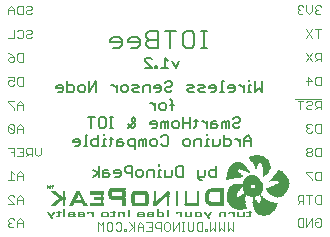
<source format=gbo>
G75*
G70*
%OFA0B0*%
%FSLAX24Y24*%
%IPPOS*%
%LPD*%
%AMOC8*
5,1,8,0,0,1.08239X$1,22.5*
%
%ADD10C,0.0080*%
%ADD11C,0.0050*%
%ADD12C,0.0040*%
%ADD13C,0.0030*%
%ADD14R,0.0056X0.0007*%
%ADD15R,0.0056X0.0007*%
%ADD16R,0.0049X0.0007*%
%ADD17R,0.0049X0.0007*%
%ADD18R,0.0056X0.0007*%
%ADD19R,0.0049X0.0007*%
%ADD20R,0.0056X0.0007*%
%ADD21R,0.0105X0.0007*%
%ADD22R,0.0077X0.0007*%
%ADD23R,0.0189X0.0007*%
%ADD24R,0.0063X0.0007*%
%ADD25R,0.0182X0.0007*%
%ADD26R,0.0084X0.0007*%
%ADD27R,0.0189X0.0007*%
%ADD28R,0.0126X0.0007*%
%ADD29R,0.0231X0.0007*%
%ADD30R,0.0049X0.0007*%
%ADD31R,0.0063X0.0007*%
%ADD32R,0.0210X0.0007*%
%ADD33R,0.0224X0.0007*%
%ADD34R,0.0231X0.0007*%
%ADD35R,0.0126X0.0007*%
%ADD36R,0.0126X0.0007*%
%ADD37R,0.0231X0.0007*%
%ADD38R,0.0077X0.0007*%
%ADD39R,0.0224X0.0007*%
%ADD40R,0.0238X0.0007*%
%ADD41R,0.0231X0.0007*%
%ADD42R,0.0126X0.0007*%
%ADD43R,0.0098X0.0007*%
%ADD44R,0.0091X0.0007*%
%ADD45R,0.0042X0.0007*%
%ADD46R,0.0042X0.0007*%
%ADD47R,0.0042X0.0007*%
%ADD48R,0.0133X0.0007*%
%ADD49R,0.0203X0.0007*%
%ADD50R,0.0021X0.0007*%
%ADD51R,0.0238X0.0007*%
%ADD52R,0.0266X0.0007*%
%ADD53R,0.0217X0.0007*%
%ADD54R,0.0301X0.0007*%
%ADD55R,0.0364X0.0007*%
%ADD56R,0.0385X0.0007*%
%ADD57R,0.0399X0.0007*%
%ADD58R,0.0420X0.0007*%
%ADD59R,0.0448X0.0007*%
%ADD60R,0.0476X0.0007*%
%ADD61R,0.0084X0.0007*%
%ADD62R,0.0098X0.0007*%
%ADD63R,0.0490X0.0007*%
%ADD64R,0.0175X0.0007*%
%ADD65R,0.0210X0.0007*%
%ADD66R,0.0504X0.0007*%
%ADD67R,0.0175X0.0007*%
%ADD68R,0.0224X0.0007*%
%ADD69R,0.0525X0.0007*%
%ADD70R,0.0063X0.0007*%
%ADD71R,0.0070X0.0007*%
%ADD72R,0.0546X0.0007*%
%ADD73R,0.0560X0.0007*%
%ADD74R,0.0574X0.0007*%
%ADD75R,0.0588X0.0007*%
%ADD76R,0.0595X0.0007*%
%ADD77R,0.0609X0.0007*%
%ADD78R,0.0623X0.0007*%
%ADD79R,0.0630X0.0007*%
%ADD80R,0.0644X0.0007*%
%ADD81R,0.0651X0.0007*%
%ADD82R,0.0665X0.0007*%
%ADD83R,0.0665X0.0007*%
%ADD84R,0.0672X0.0007*%
%ADD85R,0.0679X0.0007*%
%ADD86R,0.0007X0.0007*%
%ADD87R,0.0693X0.0007*%
%ADD88R,0.0700X0.0007*%
%ADD89R,0.0714X0.0007*%
%ADD90R,0.0329X0.0007*%
%ADD91R,0.0721X0.0007*%
%ADD92R,0.0357X0.0007*%
%ADD93R,0.0728X0.0007*%
%ADD94R,0.0378X0.0007*%
%ADD95R,0.0728X0.0007*%
%ADD96R,0.0735X0.0007*%
%ADD97R,0.0406X0.0007*%
%ADD98R,0.0735X0.0007*%
%ADD99R,0.0427X0.0007*%
%ADD100R,0.0749X0.0007*%
%ADD101R,0.0441X0.0007*%
%ADD102R,0.0749X0.0007*%
%ADD103R,0.0455X0.0007*%
%ADD104R,0.0756X0.0007*%
%ADD105R,0.0462X0.0007*%
%ADD106R,0.0763X0.0007*%
%ADD107R,0.0462X0.0007*%
%ADD108R,0.0770X0.0007*%
%ADD109R,0.0777X0.0007*%
%ADD110R,0.0483X0.0007*%
%ADD111R,0.0784X0.0007*%
%ADD112R,0.0497X0.0007*%
%ADD113R,0.0784X0.0007*%
%ADD114R,0.0791X0.0007*%
%ADD115R,0.0497X0.0007*%
%ADD116R,0.0791X0.0007*%
%ADD117R,0.0504X0.0007*%
%ADD118R,0.0343X0.0007*%
%ADD119R,0.0399X0.0007*%
%ADD120R,0.0119X0.0007*%
%ADD121R,0.0455X0.0007*%
%ADD122R,0.0112X0.0007*%
%ADD123R,0.0161X0.0007*%
%ADD124R,0.0798X0.0007*%
%ADD125R,0.0413X0.0007*%
%ADD126R,0.0112X0.0007*%
%ADD127R,0.0805X0.0007*%
%ADD128R,0.0511X0.0007*%
%ADD129R,0.0441X0.0007*%
%ADD130R,0.0098X0.0007*%
%ADD131R,0.0091X0.0007*%
%ADD132R,0.0483X0.0007*%
%ADD133R,0.0119X0.0007*%
%ADD134R,0.0098X0.0007*%
%ADD135R,0.0112X0.0007*%
%ADD136R,0.0161X0.0007*%
%ADD137R,0.0812X0.0007*%
%ADD138R,0.0518X0.0007*%
%ADD139R,0.0504X0.0007*%
%ADD140R,0.0154X0.0007*%
%ADD141R,0.0812X0.0007*%
%ADD142R,0.0525X0.0007*%
%ADD143R,0.0490X0.0007*%
%ADD144R,0.0469X0.0007*%
%ADD145R,0.0105X0.0007*%
%ADD146R,0.0819X0.0007*%
%ADD147R,0.0532X0.0007*%
%ADD148R,0.0476X0.0007*%
%ADD149R,0.0826X0.0007*%
%ADD150R,0.0532X0.0007*%
%ADD151R,0.0133X0.0007*%
%ADD152R,0.0539X0.0007*%
%ADD153R,0.0154X0.0007*%
%ADD154R,0.0826X0.0007*%
%ADD155R,0.0539X0.0007*%
%ADD156R,0.0140X0.0007*%
%ADD157R,0.0147X0.0007*%
%ADD158R,0.0112X0.0007*%
%ADD159R,0.0833X0.0007*%
%ADD160R,0.0553X0.0007*%
%ADD161R,0.0546X0.0007*%
%ADD162R,0.0497X0.0007*%
%ADD163R,0.0602X0.0007*%
%ADD164R,0.0196X0.0007*%
%ADD165R,0.0553X0.0007*%
%ADD166R,0.0007X0.0007*%
%ADD167R,0.0189X0.0007*%
%ADD168R,0.0560X0.0007*%
%ADD169R,0.0168X0.0007*%
%ADD170R,0.0546X0.0007*%
%ADD171R,0.0518X0.0007*%
%ADD172R,0.0567X0.0007*%
%ADD173R,0.0567X0.0007*%
%ADD174R,0.0574X0.0007*%
%ADD175R,0.0406X0.0007*%
%ADD176R,0.0567X0.0007*%
%ADD177R,0.0581X0.0007*%
%ADD178R,0.0203X0.0007*%
%ADD179R,0.0483X0.0007*%
%ADD180R,0.0357X0.0007*%
%ADD181R,0.0203X0.0007*%
%ADD182R,0.0476X0.0007*%
%ADD183R,0.0336X0.0007*%
%ADD184R,0.0147X0.0007*%
%ADD185R,0.0217X0.0007*%
%ADD186R,0.0469X0.0007*%
%ADD187R,0.0301X0.0007*%
%ADD188R,0.0140X0.0007*%
%ADD189R,0.0574X0.0007*%
%ADD190R,0.0462X0.0007*%
%ADD191R,0.0287X0.0007*%
%ADD192R,0.0266X0.0007*%
%ADD193R,0.0448X0.0007*%
%ADD194R,0.0154X0.0007*%
%ADD195R,0.0238X0.0007*%
%ADD196R,0.0567X0.0007*%
%ADD197R,0.0252X0.0007*%
%ADD198R,0.0427X0.0007*%
%ADD199R,0.0427X0.0007*%
%ADD200R,0.0203X0.0007*%
%ADD201R,0.0413X0.0007*%
%ADD202R,0.0182X0.0007*%
%ADD203R,0.0581X0.0007*%
%ADD204R,0.0154X0.0007*%
%ADD205R,0.0588X0.0007*%
%ADD206R,0.0133X0.0007*%
%ADD207R,0.0308X0.0007*%
%ADD208R,0.0259X0.0007*%
%ADD209R,0.0252X0.0007*%
%ADD210R,0.0084X0.0007*%
%ADD211R,0.0308X0.0007*%
%ADD212R,0.0119X0.0007*%
%ADD213R,0.0077X0.0007*%
%ADD214R,0.0595X0.0007*%
%ADD215R,0.0119X0.0007*%
%ADD216R,0.0518X0.0007*%
%ADD217R,0.0077X0.0007*%
%ADD218R,0.0063X0.0007*%
%ADD219R,0.0147X0.0007*%
%ADD220R,0.0091X0.0007*%
%ADD221R,0.0553X0.0007*%
%ADD222R,0.0322X0.0007*%
%ADD223R,0.0133X0.0007*%
%ADD224R,0.0035X0.0007*%
%ADD225R,0.0308X0.0007*%
%ADD226R,0.0028X0.0007*%
%ADD227R,0.0308X0.0007*%
%ADD228R,0.0147X0.0007*%
%ADD229R,0.0245X0.0007*%
%ADD230R,0.0021X0.0007*%
%ADD231R,0.0168X0.0007*%
%ADD232R,0.0280X0.0007*%
%ADD233R,0.0014X0.0007*%
%ADD234R,0.0091X0.0007*%
%ADD235R,0.0301X0.0007*%
%ADD236R,0.0021X0.0007*%
%ADD237R,0.0315X0.0007*%
%ADD238R,0.0329X0.0007*%
%ADD239R,0.0343X0.0007*%
%ADD240R,0.0217X0.0007*%
%ADD241R,0.0350X0.0007*%
%ADD242R,0.0014X0.0007*%
%ADD243R,0.0371X0.0007*%
%ADD244R,0.0378X0.0007*%
%ADD245R,0.0392X0.0007*%
%ADD246R,0.0406X0.0007*%
%ADD247R,0.0413X0.0007*%
%ADD248R,0.0315X0.0007*%
%ADD249R,0.0462X0.0007*%
%ADD250R,0.0546X0.0007*%
%ADD251R,0.0322X0.0007*%
%ADD252R,0.0168X0.0007*%
%ADD253R,0.0518X0.0007*%
%ADD254R,0.0532X0.0007*%
%ADD255R,0.0336X0.0007*%
%ADD256R,0.0343X0.0007*%
%ADD257R,0.0511X0.0007*%
%ADD258R,0.0581X0.0007*%
%ADD259R,0.0343X0.0007*%
%ADD260R,0.0602X0.0007*%
%ADD261R,0.0616X0.0007*%
%ADD262R,0.0196X0.0007*%
%ADD263R,0.0070X0.0007*%
%ADD264R,0.0609X0.0007*%
%ADD265R,0.0637X0.0007*%
%ADD266R,0.0609X0.0007*%
%ADD267R,0.0364X0.0007*%
%ADD268R,0.0651X0.0007*%
%ADD269R,0.0623X0.0007*%
%ADD270R,0.0630X0.0007*%
%ADD271R,0.0364X0.0007*%
%ADD272R,0.0553X0.0007*%
%ADD273R,0.0672X0.0007*%
%ADD274R,0.0637X0.0007*%
%ADD275R,0.0378X0.0007*%
%ADD276R,0.0532X0.0007*%
%ADD277R,0.0679X0.0007*%
%ADD278R,0.0378X0.0007*%
%ADD279R,0.0693X0.0007*%
%ADD280R,0.0651X0.0007*%
%ADD281R,0.0385X0.0007*%
%ADD282R,0.0707X0.0007*%
%ADD283R,0.0714X0.0007*%
%ADD284R,0.0658X0.0007*%
%ADD285R,0.0392X0.0007*%
%ADD286R,0.0721X0.0007*%
%ADD287R,0.0301X0.0007*%
%ADD288R,0.0693X0.0007*%
%ADD289R,0.0294X0.0007*%
%ADD290R,0.0028X0.0007*%
%ADD291R,0.0273X0.0007*%
%ADD292R,0.0007X0.0007*%
%ADD293R,0.0259X0.0007*%
%ADD294R,0.0014X0.0007*%
%ADD295R,0.0637X0.0007*%
%ADD296R,0.0280X0.0007*%
%ADD297R,0.0392X0.0007*%
%ADD298R,0.0273X0.0007*%
%ADD299R,0.0392X0.0007*%
%ADD300R,0.0252X0.0007*%
%ADD301R,0.0266X0.0007*%
%ADD302R,0.0021X0.0007*%
%ADD303R,0.0035X0.0007*%
%ADD304R,0.0028X0.0007*%
%ADD305R,0.0623X0.0007*%
%ADD306R,0.0028X0.0007*%
%ADD307R,0.0259X0.0007*%
%ADD308R,0.0616X0.0007*%
%ADD309R,0.0609X0.0007*%
%ADD310R,0.0448X0.0007*%
%ADD311R,0.0448X0.0007*%
%ADD312R,0.0819X0.0007*%
%ADD313R,0.0658X0.0007*%
%ADD314R,0.0350X0.0007*%
%ADD315R,0.0623X0.0007*%
%ADD316R,0.0336X0.0007*%
%ADD317R,0.0336X0.0007*%
%ADD318R,0.0371X0.0007*%
%ADD319R,0.0574X0.0007*%
%ADD320R,0.0007X0.0007*%
%ADD321R,0.0511X0.0007*%
%ADD322R,0.0434X0.0007*%
%ADD323R,0.0196X0.0007*%
%ADD324R,0.0357X0.0007*%
%ADD325R,0.0441X0.0007*%
%ADD326R,0.0294X0.0007*%
%ADD327R,0.0182X0.0007*%
%ADD328R,0.0357X0.0007*%
%ADD329R,0.0329X0.0007*%
%ADD330R,0.0329X0.0007*%
%ADD331R,0.0273X0.0007*%
%ADD332R,0.0322X0.0007*%
%ADD333R,0.0014X0.0007*%
%ADD334R,0.0602X0.0007*%
%ADD335R,0.0245X0.0007*%
%ADD336R,0.0252X0.0007*%
%ADD337R,0.0434X0.0007*%
%ADD338R,0.0420X0.0007*%
%ADD339R,0.0287X0.0007*%
%ADD340R,0.0182X0.0007*%
%ADD341R,0.0469X0.0007*%
%ADD342R,0.0287X0.0007*%
D10*
X006546Y010015D02*
X006740Y010015D01*
X006836Y010112D01*
X006836Y010305D01*
X006740Y010402D01*
X006546Y010402D01*
X006449Y010305D01*
X006449Y010208D01*
X006836Y010208D01*
X007057Y010208D02*
X007444Y010208D01*
X007444Y010112D02*
X007444Y010305D01*
X007347Y010402D01*
X007154Y010402D01*
X007057Y010305D01*
X007057Y010208D01*
X007154Y010015D02*
X007347Y010015D01*
X007444Y010112D01*
X007665Y010112D02*
X007762Y010015D01*
X008052Y010015D01*
X008052Y010595D01*
X007762Y010595D01*
X007665Y010499D01*
X007665Y010402D01*
X007762Y010305D01*
X008052Y010305D01*
X007762Y010305D02*
X007665Y010208D01*
X007665Y010112D01*
X008273Y010595D02*
X008660Y010595D01*
X008466Y010595D02*
X008466Y010015D01*
X008880Y010112D02*
X008880Y010499D01*
X008977Y010595D01*
X009171Y010595D01*
X009267Y010499D01*
X009267Y010112D01*
X009171Y010015D01*
X008977Y010015D01*
X008880Y010112D01*
X009479Y010015D02*
X009673Y010015D01*
X009576Y010015D02*
X009576Y010595D01*
X009673Y010595D02*
X009479Y010595D01*
D11*
X008763Y009584D02*
X008646Y009350D01*
X008529Y009584D01*
X008394Y009584D02*
X008277Y009700D01*
X008277Y009350D01*
X008161Y009350D02*
X008394Y009350D01*
X008026Y009350D02*
X007967Y009350D01*
X007967Y009408D01*
X008026Y009408D01*
X008026Y009350D01*
X007842Y009350D02*
X007608Y009584D01*
X007608Y009642D01*
X007667Y009700D01*
X007783Y009700D01*
X007842Y009642D01*
X007842Y009350D02*
X007608Y009350D01*
X007605Y008796D02*
X007547Y008738D01*
X007547Y008563D01*
X007412Y008563D02*
X007237Y008563D01*
X007179Y008621D01*
X007237Y008679D01*
X007354Y008679D01*
X007412Y008738D01*
X007354Y008796D01*
X007179Y008796D01*
X007044Y008738D02*
X007044Y008621D01*
X006985Y008563D01*
X006869Y008563D01*
X006810Y008621D01*
X006810Y008738D01*
X006869Y008796D01*
X006985Y008796D01*
X007044Y008738D01*
X006676Y008796D02*
X006676Y008563D01*
X006676Y008679D02*
X006559Y008796D01*
X006500Y008796D01*
X006000Y008913D02*
X006000Y008563D01*
X005767Y008563D02*
X005767Y008913D01*
X005632Y008738D02*
X005632Y008621D01*
X005574Y008563D01*
X005457Y008563D01*
X005398Y008621D01*
X005398Y008738D01*
X005457Y008796D01*
X005574Y008796D01*
X005632Y008738D01*
X005767Y008563D02*
X006000Y008913D01*
X005264Y008738D02*
X005264Y008621D01*
X005205Y008563D01*
X005030Y008563D01*
X005030Y008913D01*
X005030Y008796D02*
X005205Y008796D01*
X005264Y008738D01*
X004895Y008738D02*
X004895Y008621D01*
X004837Y008563D01*
X004720Y008563D01*
X004662Y008679D02*
X004895Y008679D01*
X004895Y008738D02*
X004837Y008796D01*
X004720Y008796D01*
X004662Y008738D01*
X004662Y008679D01*
X005705Y007713D02*
X005939Y007713D01*
X005822Y007713D02*
X005822Y007363D01*
X006074Y007421D02*
X006074Y007654D01*
X006132Y007713D01*
X006249Y007713D01*
X006307Y007654D01*
X006307Y007421D01*
X006249Y007363D01*
X006132Y007363D01*
X006074Y007421D01*
X006249Y007171D02*
X006249Y007113D01*
X006249Y006996D02*
X006249Y006763D01*
X006307Y006763D02*
X006190Y006763D01*
X006062Y006763D02*
X005887Y006763D01*
X005828Y006821D01*
X005828Y006938D01*
X005887Y006996D01*
X006062Y006996D01*
X006062Y007113D02*
X006062Y006763D01*
X006249Y006996D02*
X006307Y006996D01*
X006436Y006996D02*
X006553Y006996D01*
X006494Y007054D02*
X006494Y006821D01*
X006436Y006763D01*
X006688Y006763D02*
X006688Y006938D01*
X006746Y006996D01*
X006863Y006996D01*
X006863Y006879D02*
X006688Y006879D01*
X006688Y006763D02*
X006863Y006763D01*
X006921Y006821D01*
X006863Y006879D01*
X007056Y006821D02*
X007114Y006763D01*
X007289Y006763D01*
X007289Y006646D02*
X007289Y006996D01*
X007114Y006996D01*
X007056Y006938D01*
X007056Y006821D01*
X007424Y006763D02*
X007424Y006938D01*
X007483Y006996D01*
X007541Y006938D01*
X007541Y006763D01*
X007658Y006763D02*
X007658Y006996D01*
X007599Y006996D01*
X007541Y006938D01*
X007792Y006938D02*
X007792Y006821D01*
X007851Y006763D01*
X007968Y006763D01*
X008026Y006821D01*
X008026Y006938D01*
X007968Y006996D01*
X007851Y006996D01*
X007792Y006938D01*
X008161Y007054D02*
X008219Y007113D01*
X008336Y007113D01*
X008394Y007054D01*
X008394Y006821D01*
X008336Y006763D01*
X008219Y006763D01*
X008161Y006821D01*
X008161Y007363D02*
X008161Y007538D01*
X008219Y007596D01*
X008278Y007538D01*
X008278Y007363D01*
X008394Y007363D02*
X008394Y007596D01*
X008336Y007596D01*
X008278Y007538D01*
X008529Y007538D02*
X008529Y007421D01*
X008587Y007363D01*
X008704Y007363D01*
X008763Y007421D01*
X008763Y007538D01*
X008704Y007596D01*
X008587Y007596D01*
X008529Y007538D01*
X008897Y007538D02*
X009131Y007538D01*
X009260Y007596D02*
X009376Y007596D01*
X009318Y007654D02*
X009318Y007421D01*
X009260Y007363D01*
X009131Y007363D02*
X009131Y007713D01*
X008897Y007713D02*
X008897Y007363D01*
X008956Y006996D02*
X009073Y006996D01*
X009131Y006938D01*
X009131Y006821D01*
X009073Y006763D01*
X008956Y006763D01*
X008897Y006821D01*
X008897Y006938D01*
X008956Y006996D01*
X009266Y006938D02*
X009266Y006763D01*
X009266Y006938D02*
X009324Y006996D01*
X009499Y006996D01*
X009499Y006763D01*
X009628Y006763D02*
X009745Y006763D01*
X009686Y006763D02*
X009686Y006996D01*
X009745Y006996D01*
X009686Y007113D02*
X009686Y007171D01*
X009880Y006996D02*
X009880Y006763D01*
X010055Y006763D01*
X010113Y006821D01*
X010113Y006996D01*
X010248Y006996D02*
X010423Y006996D01*
X010481Y006938D01*
X010481Y006821D01*
X010423Y006763D01*
X010248Y006763D01*
X010248Y007113D01*
X010303Y007363D02*
X010303Y007538D01*
X010245Y007596D01*
X010187Y007538D01*
X010187Y007363D01*
X010052Y007421D02*
X009993Y007479D01*
X009818Y007479D01*
X009818Y007538D02*
X009818Y007363D01*
X009993Y007363D01*
X010052Y007421D01*
X009993Y007596D02*
X009877Y007596D01*
X009818Y007538D01*
X009683Y007596D02*
X009683Y007363D01*
X009683Y007479D02*
X009567Y007596D01*
X009508Y007596D01*
X010303Y007538D02*
X010362Y007596D01*
X010420Y007596D01*
X010420Y007363D01*
X010555Y007421D02*
X010613Y007363D01*
X010730Y007363D01*
X010788Y007421D01*
X010730Y007538D02*
X010613Y007538D01*
X010555Y007479D01*
X010555Y007421D01*
X010730Y007538D02*
X010788Y007596D01*
X010788Y007654D01*
X010730Y007713D01*
X010613Y007713D01*
X010555Y007654D01*
X011040Y007113D02*
X010923Y006996D01*
X010923Y006763D01*
X010788Y006763D02*
X010788Y006996D01*
X010672Y006996D02*
X010788Y006879D01*
X010923Y006938D02*
X011157Y006938D01*
X011157Y006996D02*
X011040Y007113D01*
X011157Y006996D02*
X011157Y006763D01*
X010672Y006996D02*
X010613Y006996D01*
X010000Y006088D02*
X010000Y005738D01*
X009825Y005738D01*
X009766Y005796D01*
X009766Y005913D01*
X009825Y005971D01*
X010000Y005971D01*
X009632Y005971D02*
X009632Y005796D01*
X009573Y005738D01*
X009398Y005738D01*
X009398Y005679D02*
X009457Y005621D01*
X009515Y005621D01*
X009398Y005679D02*
X009398Y005971D01*
X008895Y006088D02*
X008895Y005738D01*
X008720Y005738D01*
X008662Y005796D01*
X008662Y006029D01*
X008720Y006088D01*
X008895Y006088D01*
X008527Y005971D02*
X008527Y005796D01*
X008468Y005738D01*
X008293Y005738D01*
X008293Y005971D01*
X008158Y005971D02*
X008100Y005971D01*
X008100Y005738D01*
X008158Y005738D02*
X008042Y005738D01*
X007913Y005738D02*
X007913Y005971D01*
X007738Y005971D01*
X007679Y005913D01*
X007679Y005738D01*
X007545Y005796D02*
X007486Y005738D01*
X007369Y005738D01*
X007311Y005796D01*
X007311Y005913D01*
X007369Y005971D01*
X007486Y005971D01*
X007545Y005913D01*
X007545Y005796D01*
X007176Y005854D02*
X007001Y005854D01*
X006943Y005913D01*
X006943Y006029D01*
X007001Y006088D01*
X007176Y006088D01*
X007176Y005738D01*
X006808Y005796D02*
X006750Y005738D01*
X006633Y005738D01*
X006574Y005854D02*
X006808Y005854D01*
X006808Y005796D02*
X006808Y005913D01*
X006750Y005971D01*
X006633Y005971D01*
X006574Y005913D01*
X006574Y005854D01*
X006440Y005796D02*
X006381Y005738D01*
X006206Y005738D01*
X006206Y005913D01*
X006264Y005971D01*
X006381Y005971D01*
X006381Y005854D02*
X006206Y005854D01*
X006071Y005854D02*
X005896Y005971D01*
X006071Y005854D02*
X005896Y005738D01*
X006071Y005738D02*
X006071Y006088D01*
X006381Y005854D02*
X006440Y005796D01*
X005693Y006763D02*
X005577Y006763D01*
X005635Y006763D02*
X005635Y007113D01*
X005693Y007113D01*
X005448Y006938D02*
X005389Y006996D01*
X005273Y006996D01*
X005214Y006938D01*
X005214Y006879D01*
X005448Y006879D01*
X005448Y006821D02*
X005448Y006938D01*
X005448Y006821D02*
X005389Y006763D01*
X005273Y006763D01*
X006436Y007363D02*
X006553Y007363D01*
X006494Y007363D02*
X006494Y007713D01*
X006436Y007713D02*
X006553Y007713D01*
X007056Y007479D02*
X007173Y007363D01*
X007231Y007363D01*
X007289Y007421D01*
X007289Y007479D01*
X007173Y007596D01*
X007173Y007654D01*
X007231Y007713D01*
X007289Y007654D01*
X007289Y007596D01*
X007056Y007363D01*
X007792Y007479D02*
X008026Y007479D01*
X008026Y007421D02*
X008026Y007538D01*
X007968Y007596D01*
X007851Y007596D01*
X007792Y007538D01*
X007792Y007479D01*
X007851Y007363D02*
X007968Y007363D01*
X008026Y007421D01*
X007965Y007963D02*
X007965Y008196D01*
X007965Y008079D02*
X007848Y008196D01*
X007789Y008196D01*
X008099Y008138D02*
X008099Y008021D01*
X008158Y007963D01*
X008275Y007963D01*
X008333Y008021D01*
X008333Y008138D01*
X008275Y008196D01*
X008158Y008196D01*
X008099Y008138D01*
X008462Y008138D02*
X008578Y008138D01*
X008520Y008254D02*
X008520Y007963D01*
X008520Y008254D02*
X008462Y008313D01*
X008459Y008563D02*
X008342Y008563D01*
X008284Y008621D01*
X008284Y008679D01*
X008342Y008738D01*
X008459Y008738D01*
X008517Y008796D01*
X008517Y008854D01*
X008459Y008913D01*
X008342Y008913D01*
X008284Y008854D01*
X008149Y008738D02*
X008090Y008796D01*
X007974Y008796D01*
X007915Y008738D01*
X007915Y008679D01*
X008149Y008679D01*
X008149Y008621D02*
X008149Y008738D01*
X008149Y008621D02*
X008090Y008563D01*
X007974Y008563D01*
X007780Y008563D02*
X007780Y008796D01*
X007605Y008796D01*
X008459Y008563D02*
X008517Y008621D01*
X009020Y008621D02*
X009079Y008679D01*
X009195Y008679D01*
X009254Y008738D01*
X009195Y008796D01*
X009020Y008796D01*
X009020Y008621D02*
X009079Y008563D01*
X009254Y008563D01*
X009389Y008621D02*
X009447Y008679D01*
X009564Y008679D01*
X009622Y008738D01*
X009564Y008796D01*
X009389Y008796D01*
X009389Y008621D02*
X009447Y008563D01*
X009622Y008563D01*
X009757Y008679D02*
X009990Y008679D01*
X009990Y008621D02*
X009990Y008738D01*
X009932Y008796D01*
X009815Y008796D01*
X009757Y008738D01*
X009757Y008679D01*
X009815Y008563D02*
X009932Y008563D01*
X009990Y008621D01*
X010119Y008563D02*
X010236Y008563D01*
X010178Y008563D02*
X010178Y008913D01*
X010236Y008913D01*
X010371Y008738D02*
X010371Y008679D01*
X010604Y008679D01*
X010604Y008621D02*
X010604Y008738D01*
X010546Y008796D01*
X010429Y008796D01*
X010371Y008738D01*
X010429Y008563D02*
X010546Y008563D01*
X010604Y008621D01*
X010736Y008796D02*
X010794Y008796D01*
X010911Y008679D01*
X010911Y008563D02*
X010911Y008796D01*
X011098Y008796D02*
X011098Y008563D01*
X011040Y008563D02*
X011157Y008563D01*
X011291Y008563D02*
X011291Y008913D01*
X011157Y008796D02*
X011098Y008796D01*
X011098Y008913D02*
X011098Y008971D01*
X011408Y008679D02*
X011291Y008563D01*
X011408Y008679D02*
X011525Y008563D01*
X011525Y008913D01*
X008100Y006146D02*
X008100Y006088D01*
D12*
X008149Y004213D02*
X008009Y004213D01*
X007962Y004166D01*
X007962Y004073D01*
X008009Y004026D01*
X008149Y004026D01*
X008149Y003933D02*
X008149Y004213D01*
X008257Y004166D02*
X008303Y004213D01*
X008397Y004213D01*
X008443Y004166D01*
X008443Y003979D01*
X008397Y003933D01*
X008303Y003933D01*
X008257Y003979D01*
X008257Y004166D01*
X008551Y004213D02*
X008551Y003933D01*
X008738Y004213D01*
X008738Y003933D01*
X008841Y003933D02*
X008934Y003933D01*
X008888Y003933D02*
X008888Y004213D01*
X008934Y004213D02*
X008841Y004213D01*
X009042Y004213D02*
X009042Y003979D01*
X009089Y003933D01*
X009182Y003933D01*
X009229Y003979D01*
X009229Y004213D01*
X009337Y004166D02*
X009384Y004213D01*
X009524Y004213D01*
X009524Y003933D01*
X009384Y003933D01*
X009337Y003979D01*
X009337Y004166D01*
X009624Y003979D02*
X009624Y003933D01*
X009671Y003933D01*
X009671Y003979D01*
X009624Y003979D01*
X009779Y003933D02*
X009779Y004213D01*
X009966Y004213D02*
X009966Y003933D01*
X009872Y004026D01*
X009779Y003933D01*
X010074Y003933D02*
X010074Y004213D01*
X010260Y004213D02*
X010260Y003933D01*
X010167Y004026D01*
X010074Y003933D01*
X010368Y003933D02*
X010368Y004213D01*
X010555Y004213D02*
X010555Y003933D01*
X010462Y004026D01*
X010368Y003933D01*
X007854Y003933D02*
X007667Y003933D01*
X007559Y003933D02*
X007559Y004119D01*
X007466Y004213D01*
X007373Y004119D01*
X007373Y003933D01*
X007265Y003933D02*
X007265Y004213D01*
X007218Y004073D02*
X007078Y003933D01*
X006970Y003933D02*
X006923Y003933D01*
X006923Y003979D01*
X006970Y003979D01*
X006970Y003933D01*
X006823Y003979D02*
X006823Y004166D01*
X006776Y004213D01*
X006683Y004213D01*
X006636Y004166D01*
X006528Y004166D02*
X006528Y003979D01*
X006481Y003933D01*
X006388Y003933D01*
X006341Y003979D01*
X006341Y004166D01*
X006388Y004213D01*
X006481Y004213D01*
X006528Y004166D01*
X006636Y003979D02*
X006683Y003933D01*
X006776Y003933D01*
X006823Y003979D01*
X007078Y004213D02*
X007265Y004026D01*
X007373Y004073D02*
X007559Y004073D01*
X007667Y004213D02*
X007854Y004213D01*
X007854Y003933D01*
X007854Y004073D02*
X007761Y004073D01*
X006233Y003933D02*
X006233Y004213D01*
X006140Y004119D01*
X006047Y004213D01*
X006047Y003933D01*
D13*
X003110Y004058D02*
X003061Y004106D01*
X003061Y004154D01*
X003110Y004203D01*
X003158Y004203D01*
X003110Y004203D02*
X003061Y004251D01*
X003061Y004299D01*
X003110Y004348D01*
X003206Y004348D01*
X003255Y004299D01*
X003356Y004251D02*
X003356Y004058D01*
X003255Y004106D02*
X003206Y004058D01*
X003110Y004058D01*
X003356Y004203D02*
X003549Y004203D01*
X003549Y004251D02*
X003453Y004348D01*
X003356Y004251D01*
X003549Y004251D02*
X003549Y004058D01*
X003549Y004820D02*
X003549Y005013D01*
X003453Y005110D01*
X003356Y005013D01*
X003356Y004820D01*
X003255Y004820D02*
X003061Y005013D01*
X003061Y005062D01*
X003110Y005110D01*
X003206Y005110D01*
X003255Y005062D01*
X003356Y004965D02*
X003549Y004965D01*
X003255Y004820D02*
X003061Y004820D01*
X003061Y005620D02*
X003255Y005620D01*
X003158Y005620D02*
X003158Y005910D01*
X003255Y005813D01*
X003356Y005813D02*
X003356Y005620D01*
X003356Y005765D02*
X003549Y005765D01*
X003549Y005813D02*
X003453Y005910D01*
X003356Y005813D01*
X003549Y005813D02*
X003549Y005620D01*
X003549Y006408D02*
X003356Y006408D01*
X003255Y006408D02*
X003255Y006698D01*
X003061Y006698D01*
X003158Y006553D02*
X003255Y006553D01*
X003356Y006698D02*
X003549Y006698D01*
X003549Y006408D01*
X003650Y006408D02*
X003747Y006504D01*
X003699Y006504D02*
X003844Y006504D01*
X003844Y006408D02*
X003844Y006698D01*
X003699Y006698D01*
X003650Y006649D01*
X003650Y006553D01*
X003699Y006504D01*
X003549Y006553D02*
X003453Y006553D01*
X003945Y006504D02*
X003945Y006698D01*
X004139Y006698D02*
X004139Y006504D01*
X004042Y006408D01*
X003945Y006504D01*
X003549Y007195D02*
X003549Y007388D01*
X003453Y007485D01*
X003356Y007388D01*
X003356Y007195D01*
X003255Y007243D02*
X003061Y007437D01*
X003061Y007243D01*
X003110Y007195D01*
X003206Y007195D01*
X003255Y007243D01*
X003255Y007437D01*
X003206Y007485D01*
X003110Y007485D01*
X003061Y007437D01*
X003356Y007340D02*
X003549Y007340D01*
X003549Y007970D02*
X003549Y008163D01*
X003453Y008260D01*
X003356Y008163D01*
X003356Y007970D01*
X003255Y007970D02*
X003255Y008018D01*
X003061Y008212D01*
X003061Y008260D01*
X003255Y008260D01*
X003356Y008115D02*
X003549Y008115D01*
X003549Y008770D02*
X003404Y008770D01*
X003356Y008818D01*
X003356Y009012D01*
X003404Y009060D01*
X003549Y009060D01*
X003549Y008770D01*
X003255Y008818D02*
X003206Y008770D01*
X003110Y008770D01*
X003061Y008818D01*
X003061Y008915D01*
X003110Y008963D01*
X003158Y008963D01*
X003255Y008915D01*
X003255Y009060D01*
X003061Y009060D01*
X003110Y009570D02*
X003061Y009618D01*
X003061Y009667D01*
X003110Y009715D01*
X003255Y009715D01*
X003255Y009618D01*
X003206Y009570D01*
X003110Y009570D01*
X003255Y009715D02*
X003158Y009812D01*
X003061Y009860D01*
X003356Y009812D02*
X003356Y009618D01*
X003404Y009570D01*
X003549Y009570D01*
X003549Y009860D01*
X003404Y009860D01*
X003356Y009812D01*
X003404Y010345D02*
X003356Y010393D01*
X003404Y010345D02*
X003501Y010345D01*
X003549Y010393D01*
X003549Y010587D01*
X003501Y010635D01*
X003404Y010635D01*
X003356Y010587D01*
X003255Y010635D02*
X003255Y010345D01*
X003061Y010345D01*
X003650Y010393D02*
X003699Y010345D01*
X003796Y010345D01*
X003844Y010393D01*
X003796Y010490D02*
X003699Y010490D01*
X003650Y010442D01*
X003650Y010393D01*
X003796Y010490D02*
X003844Y010538D01*
X003844Y010587D01*
X003796Y010635D01*
X003699Y010635D01*
X003650Y010587D01*
X003699Y011145D02*
X003796Y011145D01*
X003844Y011193D01*
X003796Y011290D02*
X003699Y011290D01*
X003650Y011242D01*
X003650Y011193D01*
X003699Y011145D01*
X003549Y011145D02*
X003404Y011145D01*
X003356Y011193D01*
X003356Y011387D01*
X003404Y011435D01*
X003549Y011435D01*
X003549Y011145D01*
X003650Y011387D02*
X003699Y011435D01*
X003796Y011435D01*
X003844Y011387D01*
X003844Y011338D01*
X003796Y011290D01*
X003255Y011290D02*
X003061Y011290D01*
X003061Y011338D02*
X003061Y011145D01*
X003061Y011338D02*
X003158Y011435D01*
X003255Y011338D01*
X003255Y011145D01*
X012702Y011201D02*
X012751Y011153D01*
X012847Y011153D01*
X012896Y011201D01*
X012997Y011249D02*
X012997Y011443D01*
X012896Y011394D02*
X012847Y011443D01*
X012751Y011443D01*
X012702Y011394D01*
X012702Y011346D01*
X012751Y011298D01*
X012702Y011249D01*
X012702Y011201D01*
X012751Y011298D02*
X012799Y011298D01*
X012997Y011249D02*
X013094Y011153D01*
X013190Y011249D01*
X013190Y011443D01*
X013292Y011394D02*
X013292Y011346D01*
X013340Y011298D01*
X013292Y011249D01*
X013292Y011201D01*
X013340Y011153D01*
X013437Y011153D01*
X013485Y011201D01*
X013388Y011298D02*
X013340Y011298D01*
X013292Y011394D02*
X013340Y011443D01*
X013437Y011443D01*
X013485Y011394D01*
X013485Y010643D02*
X013292Y010643D01*
X013388Y010643D02*
X013388Y010353D01*
X013190Y010353D02*
X012997Y010643D01*
X013190Y010643D02*
X012997Y010353D01*
X012997Y009868D02*
X013190Y009578D01*
X013292Y009578D02*
X013388Y009674D01*
X013340Y009674D02*
X013485Y009674D01*
X013485Y009578D02*
X013485Y009868D01*
X013340Y009868D01*
X013292Y009819D01*
X013292Y009723D01*
X013340Y009674D01*
X013190Y009868D02*
X012997Y009578D01*
X013045Y009068D02*
X013190Y008923D01*
X012997Y008923D01*
X013045Y008778D02*
X013045Y009068D01*
X013292Y009019D02*
X013292Y008826D01*
X013340Y008778D01*
X013485Y008778D01*
X013485Y009068D01*
X013340Y009068D01*
X013292Y009019D01*
X013500Y008328D02*
X012616Y008328D01*
X012702Y008268D02*
X012896Y008268D01*
X012799Y008268D02*
X012799Y007978D01*
X012997Y008026D02*
X012997Y008074D01*
X013045Y008123D01*
X013142Y008123D01*
X013190Y008171D01*
X013190Y008219D01*
X013142Y008268D01*
X013045Y008268D01*
X012997Y008219D01*
X012997Y008026D02*
X013045Y007978D01*
X013142Y007978D01*
X013190Y008026D01*
X013292Y007978D02*
X013388Y008074D01*
X013340Y008074D02*
X013485Y008074D01*
X013485Y007978D02*
X013485Y008268D01*
X013340Y008268D01*
X013292Y008219D01*
X013292Y008123D01*
X013340Y008074D01*
X013340Y007493D02*
X013485Y007493D01*
X013485Y007203D01*
X013340Y007203D01*
X013292Y007251D01*
X013292Y007444D01*
X013340Y007493D01*
X013190Y007444D02*
X013142Y007493D01*
X013045Y007493D01*
X012997Y007444D01*
X012997Y007396D01*
X013045Y007348D01*
X012997Y007299D01*
X012997Y007251D01*
X013045Y007203D01*
X013142Y007203D01*
X013190Y007251D01*
X013094Y007348D02*
X013045Y007348D01*
X013045Y006705D02*
X012997Y006657D01*
X012997Y006608D01*
X013045Y006560D01*
X013142Y006560D01*
X013190Y006608D01*
X013190Y006657D01*
X013142Y006705D01*
X013045Y006705D01*
X013045Y006560D02*
X012997Y006512D01*
X012997Y006463D01*
X013045Y006415D01*
X013142Y006415D01*
X013190Y006463D01*
X013190Y006512D01*
X013142Y006560D01*
X013292Y006463D02*
X013292Y006657D01*
X013340Y006705D01*
X013485Y006705D01*
X013485Y006415D01*
X013340Y006415D01*
X013292Y006463D01*
X013340Y005905D02*
X013485Y005905D01*
X013485Y005615D01*
X013340Y005615D01*
X013292Y005663D01*
X013292Y005857D01*
X013340Y005905D01*
X013190Y005905D02*
X012997Y005905D01*
X012997Y005857D01*
X013190Y005663D01*
X013190Y005615D01*
X013190Y005118D02*
X012997Y005118D01*
X013094Y005118D02*
X013094Y004828D01*
X013292Y004876D02*
X013292Y005069D01*
X013340Y005118D01*
X013485Y005118D01*
X013485Y004828D01*
X013340Y004828D01*
X013292Y004876D01*
X012896Y004924D02*
X012751Y004924D01*
X012702Y004973D01*
X012702Y005069D01*
X012751Y005118D01*
X012896Y005118D01*
X012896Y004828D01*
X012799Y004924D02*
X012702Y004828D01*
X012751Y004355D02*
X012896Y004355D01*
X012896Y004065D01*
X012751Y004065D01*
X012702Y004113D01*
X012702Y004307D01*
X012751Y004355D01*
X012997Y004355D02*
X012997Y004065D01*
X013190Y004355D01*
X013190Y004065D01*
X013292Y004113D02*
X013292Y004210D01*
X013388Y004210D01*
X013292Y004113D02*
X013340Y004065D01*
X013437Y004065D01*
X013485Y004113D01*
X013485Y004307D01*
X013437Y004355D01*
X013340Y004355D01*
X013292Y004307D01*
D14*
X011517Y005019D03*
X011069Y005880D03*
X009809Y004515D03*
X009739Y004340D03*
X009753Y004319D03*
X009634Y004494D03*
X008374Y004494D03*
X008374Y004480D03*
X008374Y004459D03*
X008374Y004445D03*
X008374Y004424D03*
X008374Y004410D03*
X008374Y004389D03*
X008374Y004515D03*
X008374Y004564D03*
X008374Y004585D03*
X008227Y004480D03*
X008227Y004459D03*
X008227Y004445D03*
X008227Y004424D03*
X007576Y004424D03*
X007576Y004410D03*
X007569Y004494D03*
X007394Y004494D03*
X007394Y004480D03*
X007394Y004424D03*
X007394Y004410D03*
X007072Y004410D03*
X007072Y004424D03*
X007072Y004445D03*
X007072Y004459D03*
X007072Y004480D03*
X007072Y004494D03*
X007072Y004515D03*
X007072Y004564D03*
X007072Y004585D03*
X007072Y004389D03*
X005266Y004410D03*
X005266Y004424D03*
X005259Y004494D03*
X005084Y004494D03*
X005084Y004480D03*
X005084Y004424D03*
X005084Y004410D03*
X004524Y004319D03*
X004391Y004515D03*
D15*
X004398Y004509D03*
X004419Y004474D03*
X004482Y004383D03*
X004496Y004361D03*
X004517Y004326D03*
X004559Y004488D03*
X004573Y004509D03*
X005084Y004501D03*
X005084Y004488D03*
X005084Y004474D03*
X005084Y004466D03*
X005084Y004439D03*
X005084Y004431D03*
X005084Y004418D03*
X005084Y004383D03*
X005266Y004404D03*
X005266Y004418D03*
X005266Y004431D03*
X005266Y004439D03*
X005259Y004488D03*
X005259Y004501D03*
X007072Y004501D03*
X007072Y004509D03*
X007072Y004523D03*
X007072Y004488D03*
X007072Y004474D03*
X007072Y004466D03*
X007072Y004453D03*
X007072Y004439D03*
X007072Y004431D03*
X007072Y004418D03*
X007072Y004404D03*
X007072Y004396D03*
X007072Y004383D03*
X007072Y004571D03*
X007072Y004579D03*
X007394Y004501D03*
X007394Y004488D03*
X007394Y004474D03*
X007394Y004466D03*
X007394Y004439D03*
X007394Y004431D03*
X007394Y004418D03*
X007394Y004383D03*
X007576Y004404D03*
X007576Y004418D03*
X007576Y004431D03*
X007576Y004439D03*
X007569Y004488D03*
X007569Y004501D03*
X008227Y004488D03*
X008227Y004474D03*
X008227Y004466D03*
X008227Y004453D03*
X008227Y004439D03*
X008227Y004431D03*
X008227Y004418D03*
X008374Y004418D03*
X008374Y004431D03*
X008374Y004439D03*
X008374Y004453D03*
X008374Y004466D03*
X008374Y004474D03*
X008374Y004488D03*
X008374Y004501D03*
X008374Y004509D03*
X008374Y004523D03*
X008374Y004571D03*
X008374Y004579D03*
X008374Y004404D03*
X008374Y004396D03*
X008374Y004383D03*
X009627Y004509D03*
X009648Y004474D03*
X009711Y004383D03*
X009746Y004326D03*
X009788Y004488D03*
X009802Y004509D03*
X009809Y004523D03*
X011244Y005026D03*
X011244Y005034D03*
X011594Y005761D03*
X011594Y005769D03*
X011321Y006041D03*
X011076Y005874D03*
D16*
X011108Y004571D03*
X011108Y004558D03*
X011108Y004544D03*
X011108Y004536D03*
X011108Y004501D03*
X011108Y004488D03*
X011108Y004474D03*
X011108Y004466D03*
X011108Y004453D03*
X011108Y004439D03*
X011108Y004431D03*
X011108Y004418D03*
X011108Y004404D03*
X010583Y004404D03*
X010583Y004396D03*
X010583Y004383D03*
X010583Y004418D03*
X010583Y004431D03*
X010583Y004439D03*
X010583Y004453D03*
X010583Y004466D03*
X010583Y004474D03*
X010583Y004488D03*
X010583Y004523D03*
X009778Y004474D03*
X009778Y004466D03*
X009673Y004439D03*
X009638Y004488D03*
X009743Y004334D03*
X008833Y004383D03*
X008833Y004396D03*
X008833Y004404D03*
X008833Y004418D03*
X008833Y004431D03*
X008833Y004439D03*
X008833Y004453D03*
X008833Y004466D03*
X008833Y004474D03*
X008833Y004488D03*
X008833Y004523D03*
X004528Y004439D03*
X004493Y004369D03*
X004423Y004466D03*
X004388Y004523D03*
D17*
X004402Y004501D03*
X004409Y004488D03*
X004430Y004453D03*
X004444Y004439D03*
X004535Y004453D03*
X004549Y004466D03*
X004549Y004474D03*
X004570Y004501D03*
X004507Y004348D03*
X004514Y004334D03*
X004759Y004404D03*
X004759Y004418D03*
X004759Y004431D03*
X004759Y004439D03*
X004759Y004453D03*
X004759Y004466D03*
X004759Y004474D03*
X004759Y004488D03*
X004759Y004501D03*
X004759Y004536D03*
X004759Y004544D03*
X004759Y004558D03*
X004759Y004571D03*
X005410Y004501D03*
X005410Y004488D03*
X005410Y004474D03*
X005410Y004418D03*
X005410Y004404D03*
X005585Y004404D03*
X005585Y004418D03*
X005585Y004431D03*
X005585Y004439D03*
X005585Y004474D03*
X005585Y004488D03*
X005585Y004501D03*
X005711Y004501D03*
X005711Y004488D03*
X005872Y004488D03*
X005872Y004474D03*
X005872Y004466D03*
X005872Y004453D03*
X005872Y004439D03*
X005872Y004431D03*
X005872Y004418D03*
X005872Y004404D03*
X005872Y004396D03*
X005872Y004383D03*
X005872Y004523D03*
X006187Y004501D03*
X006187Y004488D03*
X006187Y004474D03*
X006187Y004466D03*
X006187Y004453D03*
X006187Y004439D03*
X006187Y004431D03*
X006187Y004418D03*
X006187Y004404D03*
X006369Y004404D03*
X006369Y004418D03*
X006369Y004431D03*
X006369Y004439D03*
X006369Y004453D03*
X006369Y004466D03*
X006369Y004474D03*
X006369Y004488D03*
X006369Y004501D03*
X006572Y004501D03*
X006572Y004488D03*
X006572Y004474D03*
X006572Y004466D03*
X006572Y004453D03*
X006572Y004439D03*
X006572Y004431D03*
X006572Y004418D03*
X006572Y004404D03*
X006572Y004536D03*
X006572Y004544D03*
X006572Y004558D03*
X006572Y004571D03*
X006740Y004501D03*
X006740Y004488D03*
X006740Y004474D03*
X006740Y004466D03*
X006740Y004453D03*
X006740Y004439D03*
X006740Y004431D03*
X006740Y004418D03*
X006740Y004404D03*
X006740Y004396D03*
X006740Y004383D03*
X006922Y004383D03*
X006922Y004396D03*
X006922Y004404D03*
X006922Y004418D03*
X006922Y004431D03*
X006922Y004439D03*
X006922Y004453D03*
X006922Y004466D03*
X006922Y004474D03*
X006922Y004488D03*
X006922Y004523D03*
X007720Y004501D03*
X007720Y004488D03*
X007720Y004474D03*
X007720Y004418D03*
X007720Y004404D03*
X007895Y004404D03*
X007895Y004418D03*
X007895Y004431D03*
X007895Y004439D03*
X007895Y004474D03*
X007895Y004488D03*
X007895Y004501D03*
X008672Y004501D03*
X008672Y004488D03*
X008980Y004488D03*
X008980Y004501D03*
X008980Y004509D03*
X008980Y004523D03*
X008980Y004474D03*
X008980Y004466D03*
X008980Y004453D03*
X008980Y004439D03*
X008980Y004431D03*
X008980Y004418D03*
X008980Y004383D03*
X009162Y004404D03*
X009162Y004418D03*
X009162Y004431D03*
X009162Y004439D03*
X009162Y004453D03*
X009162Y004466D03*
X009162Y004474D03*
X009162Y004488D03*
X009162Y004501D03*
X009162Y004509D03*
X009162Y004523D03*
X009309Y004501D03*
X009309Y004488D03*
X009309Y004474D03*
X009309Y004466D03*
X009309Y004453D03*
X009309Y004439D03*
X009309Y004431D03*
X009309Y004418D03*
X009309Y004404D03*
X009491Y004404D03*
X009491Y004418D03*
X009491Y004431D03*
X009491Y004439D03*
X009491Y004453D03*
X009491Y004466D03*
X009491Y004474D03*
X009491Y004488D03*
X009491Y004501D03*
X009617Y004523D03*
X009631Y004501D03*
X009652Y004466D03*
X009659Y004453D03*
X009757Y004439D03*
X009764Y004453D03*
X009799Y004501D03*
X009722Y004369D03*
X009736Y004348D03*
X010114Y004383D03*
X010114Y004396D03*
X010114Y004404D03*
X010114Y004418D03*
X010114Y004431D03*
X010114Y004439D03*
X010114Y004453D03*
X010114Y004466D03*
X010114Y004474D03*
X010114Y004488D03*
X010114Y004501D03*
X010296Y004488D03*
X010296Y004474D03*
X010296Y004466D03*
X010296Y004453D03*
X010296Y004439D03*
X010296Y004431D03*
X010296Y004418D03*
X010296Y004404D03*
X010296Y004396D03*
X010296Y004383D03*
X010296Y004523D03*
X010422Y004501D03*
X010422Y004488D03*
X010730Y004488D03*
X010730Y004501D03*
X010730Y004509D03*
X010730Y004523D03*
X010730Y004474D03*
X010730Y004466D03*
X010730Y004453D03*
X010730Y004439D03*
X010730Y004431D03*
X010730Y004418D03*
X010730Y004383D03*
X010912Y004404D03*
X010912Y004418D03*
X010912Y004431D03*
X010912Y004439D03*
X010912Y004453D03*
X010912Y004466D03*
X010912Y004474D03*
X010912Y004488D03*
X010912Y004501D03*
X010912Y004509D03*
X010912Y004523D03*
X011514Y005026D03*
X011514Y005034D03*
X011087Y005866D03*
X012074Y005923D03*
D18*
X009620Y004515D03*
X008045Y004529D03*
X008045Y004550D03*
X008045Y004564D03*
X008045Y004585D03*
X008045Y004599D03*
X008045Y004494D03*
X008045Y004480D03*
X008045Y004459D03*
X008045Y004445D03*
X008045Y004424D03*
X008045Y004410D03*
X004930Y004410D03*
X004930Y004424D03*
X004930Y004445D03*
X004930Y004459D03*
X004930Y004480D03*
X004930Y004494D03*
X004930Y004515D03*
X004930Y004529D03*
X004930Y004550D03*
X004930Y004564D03*
X004930Y004585D03*
X004930Y004599D03*
X004930Y004389D03*
X004580Y004515D03*
X004405Y004494D03*
X004510Y004340D03*
D19*
X004500Y004354D03*
X004486Y004375D03*
X004521Y004424D03*
X004535Y004445D03*
X004542Y004459D03*
X004556Y004480D03*
X004451Y004424D03*
X004437Y004445D03*
X004430Y004459D03*
X004416Y004480D03*
X004759Y004480D03*
X004759Y004494D03*
X004759Y004459D03*
X004759Y004445D03*
X004759Y004424D03*
X004759Y004410D03*
X004759Y004529D03*
X004759Y004550D03*
X004759Y004564D03*
X005410Y004494D03*
X005410Y004480D03*
X005410Y004424D03*
X005410Y004410D03*
X005585Y004410D03*
X005585Y004424D03*
X005585Y004445D03*
X005585Y004480D03*
X005585Y004494D03*
X005711Y004494D03*
X005711Y004480D03*
X005872Y004480D03*
X005872Y004494D03*
X005872Y004459D03*
X005872Y004445D03*
X005872Y004424D03*
X005872Y004410D03*
X005872Y004389D03*
X006187Y004410D03*
X006187Y004424D03*
X006187Y004445D03*
X006187Y004459D03*
X006187Y004480D03*
X006187Y004494D03*
X006369Y004494D03*
X006369Y004480D03*
X006369Y004459D03*
X006369Y004445D03*
X006369Y004424D03*
X006369Y004410D03*
X006572Y004410D03*
X006572Y004424D03*
X006572Y004445D03*
X006572Y004459D03*
X006572Y004480D03*
X006572Y004494D03*
X006572Y004529D03*
X006572Y004550D03*
X006572Y004564D03*
X006740Y004494D03*
X006740Y004480D03*
X006740Y004459D03*
X006740Y004445D03*
X006740Y004424D03*
X006740Y004410D03*
X006740Y004389D03*
X006922Y004389D03*
X006922Y004410D03*
X006922Y004424D03*
X006922Y004445D03*
X006922Y004459D03*
X006922Y004480D03*
X006922Y004494D03*
X007720Y004494D03*
X007720Y004480D03*
X007720Y004424D03*
X007720Y004410D03*
X007895Y004410D03*
X007895Y004424D03*
X007895Y004445D03*
X007895Y004480D03*
X007895Y004494D03*
X008224Y004494D03*
X008224Y004410D03*
X008672Y004480D03*
X008672Y004494D03*
X008980Y004494D03*
X008980Y004480D03*
X008980Y004459D03*
X008980Y004445D03*
X008980Y004424D03*
X008980Y004410D03*
X008980Y004515D03*
X009162Y004515D03*
X009162Y004494D03*
X009162Y004480D03*
X009162Y004459D03*
X009162Y004445D03*
X009162Y004424D03*
X009162Y004410D03*
X009309Y004410D03*
X009309Y004424D03*
X009309Y004445D03*
X009309Y004459D03*
X009309Y004480D03*
X009309Y004494D03*
X009491Y004494D03*
X009491Y004480D03*
X009491Y004459D03*
X009491Y004445D03*
X009491Y004424D03*
X009491Y004410D03*
X009645Y004480D03*
X009659Y004459D03*
X009666Y004445D03*
X009680Y004424D03*
X009715Y004375D03*
X009729Y004354D03*
X009750Y004424D03*
X009764Y004445D03*
X009771Y004459D03*
X009785Y004480D03*
X009792Y004494D03*
X010114Y004494D03*
X010114Y004480D03*
X010114Y004459D03*
X010114Y004445D03*
X010114Y004424D03*
X010114Y004410D03*
X010114Y004389D03*
X010296Y004389D03*
X010296Y004410D03*
X010296Y004424D03*
X010296Y004445D03*
X010296Y004459D03*
X010296Y004480D03*
X010296Y004494D03*
X010422Y004494D03*
X010422Y004480D03*
X010730Y004480D03*
X010730Y004494D03*
X010730Y004515D03*
X010730Y004459D03*
X010730Y004445D03*
X010730Y004424D03*
X010730Y004410D03*
X010912Y004410D03*
X010912Y004424D03*
X010912Y004445D03*
X010912Y004459D03*
X010912Y004480D03*
X010912Y004494D03*
X010912Y004515D03*
X011591Y005754D03*
X011325Y006034D03*
D20*
X009725Y004361D03*
X008045Y004383D03*
X008045Y004418D03*
X008045Y004431D03*
X008045Y004439D03*
X008045Y004453D03*
X008045Y004466D03*
X008045Y004474D03*
X008045Y004488D03*
X008045Y004501D03*
X008045Y004536D03*
X008045Y004544D03*
X008045Y004558D03*
X008045Y004571D03*
X008045Y004579D03*
X008045Y004593D03*
X008045Y004606D03*
X008045Y004614D03*
X004930Y004614D03*
X004930Y004606D03*
X004930Y004593D03*
X004930Y004579D03*
X004930Y004571D03*
X004930Y004558D03*
X004930Y004544D03*
X004930Y004536D03*
X004930Y004523D03*
X004930Y004509D03*
X004930Y004501D03*
X004930Y004488D03*
X004930Y004474D03*
X004930Y004466D03*
X004930Y004453D03*
X004930Y004439D03*
X004930Y004431D03*
X004930Y004418D03*
X004930Y004404D03*
X004930Y004396D03*
X004930Y004383D03*
X004580Y004523D03*
D21*
X004710Y004383D03*
X005263Y004964D03*
X005270Y004978D03*
X005276Y004991D03*
X005284Y004999D03*
X005290Y005013D03*
X005298Y005026D03*
X005298Y005034D03*
X005305Y005048D03*
X005311Y005061D03*
X005319Y005069D03*
X005325Y005083D03*
X005333Y005096D03*
X005395Y005209D03*
X005605Y004816D03*
X005613Y004803D03*
X005626Y004781D03*
X005634Y004768D03*
X005640Y004754D03*
X006523Y004383D03*
X007223Y004851D03*
X007223Y004859D03*
X007223Y004873D03*
X007223Y004886D03*
X007223Y004894D03*
X007223Y004908D03*
X007223Y004921D03*
X007223Y004929D03*
X007223Y004943D03*
X007223Y004956D03*
X007223Y004964D03*
X007223Y004978D03*
X007223Y004991D03*
X007223Y004999D03*
X007223Y005013D03*
X007223Y005026D03*
X007223Y005034D03*
X007223Y005048D03*
X007223Y005061D03*
X007223Y005069D03*
X007223Y005083D03*
X007223Y005096D03*
X007223Y005104D03*
X007223Y005118D03*
X007670Y005118D03*
X007670Y005104D03*
X007670Y005096D03*
X007670Y005083D03*
X007670Y005069D03*
X007670Y005061D03*
X007670Y005048D03*
X007670Y005034D03*
X007670Y005026D03*
X007670Y005013D03*
X007670Y004999D03*
X007670Y004991D03*
X007670Y004978D03*
X007670Y004964D03*
X007670Y004956D03*
X007670Y004943D03*
X007670Y004929D03*
X007670Y004921D03*
X007670Y004908D03*
X007670Y004894D03*
X007670Y004886D03*
X007670Y004873D03*
X007670Y004859D03*
X007670Y004851D03*
X007670Y004838D03*
X008378Y005188D03*
X010400Y005643D03*
X011038Y005901D03*
X011619Y005804D03*
X011850Y005586D03*
X011541Y004978D03*
X011269Y004929D03*
X011059Y004383D03*
D22*
X010876Y004383D03*
X011059Y005888D03*
X009126Y004383D03*
X008391Y005209D03*
X007944Y004746D03*
D23*
X007482Y004523D03*
X009400Y004523D03*
X009400Y004383D03*
X011654Y005888D03*
X011654Y005901D03*
X005396Y005139D03*
X005396Y005131D03*
X005172Y004523D03*
D24*
X005739Y004523D03*
X008168Y004383D03*
X008216Y004404D03*
X008216Y004501D03*
X011248Y005013D03*
X011318Y006049D03*
D25*
X010873Y005061D03*
X008108Y004523D03*
X007807Y004523D03*
X007807Y004383D03*
X005497Y004383D03*
X005497Y004523D03*
D26*
X005231Y004383D03*
X005854Y004501D03*
X004482Y004404D03*
X007541Y004383D03*
X007947Y004754D03*
X008388Y005201D03*
X009711Y004404D03*
X011531Y004999D03*
X011314Y006076D03*
D27*
X006278Y004523D03*
X006278Y004383D03*
D28*
X006533Y004389D03*
X006456Y005089D03*
X006456Y005110D03*
X006456Y005124D03*
X006456Y005145D03*
X006456Y005159D03*
X006456Y005180D03*
X006456Y005194D03*
X009669Y005089D03*
X009669Y005075D03*
X009669Y005054D03*
X009669Y005040D03*
X009669Y005019D03*
X009669Y005005D03*
X009676Y004970D03*
X009676Y005110D03*
X009676Y005124D03*
X011069Y004389D03*
X011279Y004900D03*
X011629Y005824D03*
D29*
X010800Y004634D03*
X010821Y004389D03*
X010205Y004515D03*
X009400Y004515D03*
X009400Y004389D03*
X009071Y004389D03*
X008315Y005075D03*
X007482Y004389D03*
X006831Y004515D03*
X005172Y004389D03*
X004864Y005019D03*
D30*
X004563Y004494D03*
X008833Y004494D03*
X008833Y004480D03*
X008833Y004459D03*
X008833Y004445D03*
X008833Y004424D03*
X008833Y004410D03*
X008833Y004389D03*
X010583Y004389D03*
X010583Y004410D03*
X010583Y004424D03*
X010583Y004445D03*
X010583Y004459D03*
X010583Y004480D03*
X010583Y004494D03*
X011108Y004494D03*
X011108Y004480D03*
X011108Y004459D03*
X011108Y004445D03*
X011108Y004424D03*
X011108Y004410D03*
X011108Y004529D03*
X011108Y004550D03*
X011108Y004564D03*
D31*
X009715Y004389D03*
X004486Y004389D03*
D32*
X004874Y005005D03*
X005161Y004459D03*
X005791Y004515D03*
X007471Y004459D03*
X008010Y004865D03*
X008122Y004515D03*
X008122Y004389D03*
X008752Y004515D03*
X010502Y004515D03*
X010859Y005054D03*
X010957Y005950D03*
X011307Y006174D03*
D33*
X010936Y005964D03*
X012119Y005845D03*
X011601Y004914D03*
X008017Y004879D03*
X007807Y004515D03*
X007807Y004459D03*
X007807Y004389D03*
X005497Y004389D03*
X005497Y004459D03*
X005497Y004515D03*
X004867Y004984D03*
D34*
X006278Y004515D03*
X006278Y004389D03*
X011668Y005985D03*
D35*
X004720Y004389D03*
D36*
X006456Y005083D03*
X006456Y005096D03*
X006456Y005104D03*
X006456Y005118D03*
X006456Y005131D03*
X006456Y005139D03*
X006456Y005153D03*
X006456Y005166D03*
X006456Y005174D03*
X006456Y005188D03*
X006456Y005201D03*
X006456Y005209D03*
X006533Y004396D03*
X007968Y004789D03*
X008367Y005166D03*
X009669Y005083D03*
X009669Y005069D03*
X009669Y005061D03*
X009669Y005048D03*
X009669Y005034D03*
X009669Y005026D03*
X009669Y005013D03*
X009669Y004999D03*
X009669Y004991D03*
X009676Y004964D03*
X009676Y004956D03*
X009683Y004943D03*
X009676Y005104D03*
X009676Y005118D03*
X009683Y005131D03*
X009683Y005139D03*
X010901Y005096D03*
X011552Y004964D03*
X011069Y004396D03*
X011307Y006119D03*
D37*
X011367Y006413D03*
X011220Y005069D03*
X011605Y004908D03*
X010821Y004396D03*
X010205Y004509D03*
X009771Y004859D03*
X009400Y004509D03*
X009400Y004396D03*
X009071Y004396D03*
X008021Y004886D03*
X007482Y004509D03*
X007482Y004453D03*
X006831Y004509D03*
X005172Y004509D03*
X005172Y004453D03*
X004864Y004978D03*
D38*
X004486Y004396D03*
X008056Y004404D03*
X009715Y004396D03*
X011255Y004978D03*
X011241Y005048D03*
X011605Y005783D03*
D39*
X011664Y005971D03*
X011664Y005979D03*
X012042Y005061D03*
X008318Y005083D03*
X008129Y004509D03*
X008129Y004396D03*
X007807Y004396D03*
X007807Y004466D03*
X007807Y004509D03*
X005497Y004509D03*
X005497Y004466D03*
X005497Y004396D03*
X004867Y005013D03*
D40*
X004860Y005026D03*
X005175Y004396D03*
X007485Y004396D03*
X008024Y004894D03*
X008311Y005069D03*
X011671Y006006D03*
X011671Y006014D03*
D41*
X011668Y005993D03*
X006278Y004509D03*
X006278Y004396D03*
D42*
X004720Y004396D03*
D43*
X004930Y004746D03*
X004930Y004754D03*
X004930Y004768D03*
X004930Y004781D03*
X004930Y004789D03*
X004930Y004803D03*
X004930Y004816D03*
X004930Y004824D03*
X004930Y004838D03*
X004930Y004851D03*
X004930Y004859D03*
X004930Y004873D03*
X004930Y004886D03*
X004930Y004894D03*
X004930Y004908D03*
X004930Y004921D03*
X004930Y004929D03*
X004930Y004943D03*
X004930Y005034D03*
X004930Y005048D03*
X004930Y005061D03*
X004930Y005069D03*
X004930Y005083D03*
X004930Y005096D03*
X004930Y005104D03*
X004930Y005118D03*
X004930Y005131D03*
X004930Y005139D03*
X004930Y005153D03*
X004930Y005166D03*
X004930Y005174D03*
X004930Y005188D03*
X004930Y005201D03*
X004930Y005209D03*
X004559Y005411D03*
X005336Y005104D03*
X005525Y004978D03*
X005539Y004943D03*
X005595Y004838D03*
X005644Y004746D03*
X007226Y004838D03*
X007954Y004768D03*
X008675Y004768D03*
X008675Y004781D03*
X008675Y004789D03*
X008675Y004803D03*
X008675Y004816D03*
X008675Y004824D03*
X008675Y004838D03*
X008675Y004851D03*
X008675Y004859D03*
X008675Y004873D03*
X008675Y004886D03*
X008675Y004894D03*
X008675Y004908D03*
X008675Y004921D03*
X008675Y004929D03*
X008675Y004943D03*
X008675Y004956D03*
X008675Y004964D03*
X008675Y004978D03*
X008675Y004991D03*
X008675Y004999D03*
X008675Y005013D03*
X008675Y005026D03*
X008675Y005034D03*
X008675Y005048D03*
X008675Y005061D03*
X008675Y005069D03*
X008675Y005083D03*
X008675Y005096D03*
X008675Y005104D03*
X008675Y005118D03*
X008675Y005131D03*
X008675Y005139D03*
X008675Y005153D03*
X008675Y005166D03*
X008675Y005174D03*
X008675Y005188D03*
X008675Y005201D03*
X008675Y005209D03*
X008969Y005209D03*
X008969Y005201D03*
X008969Y005188D03*
X008969Y005174D03*
X008969Y005166D03*
X008969Y005153D03*
X008969Y005139D03*
X008969Y005131D03*
X008969Y005118D03*
X008969Y005104D03*
X008969Y005096D03*
X008969Y005083D03*
X008969Y005069D03*
X008969Y005061D03*
X008969Y005048D03*
X008969Y005034D03*
X008969Y005026D03*
X008969Y005013D03*
X008969Y004999D03*
X008969Y004991D03*
X008969Y004978D03*
X008969Y004964D03*
X008969Y004956D03*
X008969Y004943D03*
X008969Y004929D03*
X008969Y004921D03*
X008969Y004908D03*
X008969Y004894D03*
X008969Y004886D03*
X008969Y004873D03*
X008969Y004859D03*
X008969Y004851D03*
X008969Y004838D03*
X008675Y004754D03*
X008675Y004746D03*
X009004Y004404D03*
X010271Y004501D03*
X010754Y004404D03*
X010796Y004628D03*
X010915Y005118D03*
X011265Y004943D03*
X011615Y005796D03*
X012091Y005909D03*
D44*
X011311Y006084D03*
X011199Y005761D03*
X011262Y004964D03*
X011262Y004956D03*
X011535Y004991D03*
X008385Y004991D03*
X008385Y004999D03*
X008385Y005013D03*
X008385Y005026D03*
X008385Y005034D03*
X008385Y005048D03*
X008385Y005061D03*
X008385Y004978D03*
X008385Y004964D03*
X008385Y004956D03*
X008385Y004943D03*
X008385Y004929D03*
X008385Y004921D03*
X008385Y004908D03*
X008385Y004894D03*
X008385Y004886D03*
X008385Y004873D03*
X008385Y004859D03*
X008385Y004851D03*
X008385Y004838D03*
X008385Y004824D03*
X008385Y004816D03*
X008385Y004803D03*
X008385Y004789D03*
X008385Y004781D03*
X008385Y004768D03*
X008385Y004754D03*
X008385Y004746D03*
X007951Y004908D03*
X007951Y004921D03*
X007951Y004929D03*
X007951Y004943D03*
X007951Y004956D03*
X007951Y004964D03*
X007951Y004978D03*
X007951Y004991D03*
X007951Y004999D03*
X007951Y005013D03*
X007951Y005026D03*
X007951Y005034D03*
X007951Y005048D03*
X007951Y005061D03*
X007951Y005069D03*
X007951Y005083D03*
X007951Y005096D03*
X007951Y005104D03*
X007951Y005118D03*
X007951Y005131D03*
X007951Y005139D03*
X007951Y005153D03*
X007951Y005166D03*
X007951Y005174D03*
X007951Y005188D03*
X007951Y005201D03*
X007951Y005209D03*
X007412Y004404D03*
X005515Y004999D03*
X005501Y005026D03*
X005494Y005034D03*
X005487Y005048D03*
X005480Y005061D03*
X005480Y005069D03*
X005466Y005096D03*
X005459Y005104D03*
X005452Y005118D03*
X005102Y004404D03*
D45*
X004510Y004410D03*
X004461Y004410D03*
X004440Y005355D03*
X009690Y004410D03*
X009739Y004410D03*
X011510Y005040D03*
D46*
X012056Y005048D03*
X011321Y006028D03*
X009746Y004418D03*
X009676Y004431D03*
X004524Y004431D03*
X004454Y004418D03*
X004475Y005384D03*
D47*
X004447Y004431D03*
X004517Y004418D03*
X009683Y004418D03*
X009753Y004431D03*
X011503Y005048D03*
X011342Y006426D03*
D48*
X011304Y006133D03*
X011633Y005831D03*
X011283Y004894D03*
X011283Y004886D03*
X011576Y004439D03*
X009694Y004921D03*
X009686Y004929D03*
X009686Y005153D03*
D49*
X011598Y004445D03*
D50*
X011479Y004445D03*
X011486Y005089D03*
X012060Y005040D03*
X012074Y005929D03*
X011332Y005999D03*
X004486Y005320D03*
X004395Y005320D03*
D51*
X004860Y004970D03*
X005175Y004445D03*
X007485Y004445D03*
X011671Y005999D03*
D52*
X011580Y004453D03*
D53*
X012116Y005853D03*
X011311Y006181D03*
X007811Y004453D03*
X005501Y004453D03*
D54*
X010506Y005075D03*
X011577Y004459D03*
D55*
X011573Y004466D03*
X012238Y005489D03*
X011356Y006391D03*
X011188Y005699D03*
X010558Y005866D03*
X010558Y005874D03*
X010558Y005244D03*
X010551Y005236D03*
X010054Y004746D03*
D56*
X010590Y005293D03*
X010596Y005306D03*
X010604Y005314D03*
X010610Y005328D03*
X010653Y005376D03*
X010526Y005691D03*
X011185Y005691D03*
X011668Y004859D03*
X011576Y004474D03*
X010806Y004663D03*
D57*
X011577Y004480D03*
X011185Y005684D03*
X012130Y005740D03*
X007447Y005215D03*
D58*
X010026Y004754D03*
X011188Y005678D03*
X012035Y005118D03*
X012126Y005726D03*
X011580Y004488D03*
D59*
X011587Y004494D03*
X011692Y004844D03*
X010712Y006090D03*
D60*
X010719Y006076D03*
X010593Y005783D03*
X010936Y005468D03*
X011188Y005643D03*
X012028Y005139D03*
X011587Y004501D03*
X010747Y004711D03*
X009998Y004768D03*
D61*
X010565Y004501D03*
X008815Y004501D03*
D62*
X009368Y004838D03*
X009368Y004851D03*
X009368Y004859D03*
X009368Y004873D03*
X009368Y004886D03*
X009368Y004894D03*
X009368Y004908D03*
X009368Y004921D03*
X009368Y004929D03*
X009368Y004943D03*
X009368Y004956D03*
X009368Y004964D03*
X009368Y004978D03*
X009368Y004991D03*
X009368Y004999D03*
X009368Y005013D03*
X009368Y005026D03*
X009368Y005034D03*
X009368Y005048D03*
X009368Y005061D03*
X009368Y005069D03*
X009368Y005083D03*
X009368Y005096D03*
X009368Y005104D03*
X009368Y005118D03*
X009368Y005131D03*
X009368Y005139D03*
X009368Y005153D03*
X009368Y005166D03*
X009368Y005174D03*
X009368Y005188D03*
X009368Y005201D03*
X009368Y005209D03*
X011307Y006098D03*
X006897Y004501D03*
X006197Y004838D03*
X006197Y004851D03*
X006197Y004859D03*
X006197Y004873D03*
X006197Y004886D03*
X006197Y004894D03*
X006197Y004908D03*
X006197Y004921D03*
X006197Y004929D03*
X006197Y004943D03*
X006197Y005048D03*
X006197Y005061D03*
X006197Y005069D03*
X006197Y005083D03*
X006197Y005096D03*
X006197Y005104D03*
X006197Y005118D03*
X006197Y005131D03*
X005623Y004789D03*
X005602Y004824D03*
X005532Y004956D03*
X005532Y004964D03*
X005518Y004991D03*
X005343Y005118D03*
D63*
X005392Y004851D03*
X009165Y004803D03*
X009991Y005293D03*
X010600Y005769D03*
X010733Y004733D03*
X011587Y004509D03*
D64*
X011304Y004838D03*
X011094Y004523D03*
X011094Y004509D03*
X009735Y004873D03*
X009735Y005209D03*
X010709Y006181D03*
X011304Y006154D03*
X012109Y005874D03*
X007993Y004838D03*
X006558Y004523D03*
X006558Y004509D03*
X004745Y004509D03*
X004745Y004523D03*
D65*
X004874Y004991D03*
X004874Y004999D03*
X005791Y004509D03*
X008325Y005096D03*
X008752Y004509D03*
X010502Y004509D03*
X010852Y005048D03*
X011664Y005936D03*
X011664Y005944D03*
D66*
X010607Y005754D03*
X009984Y005285D03*
X011587Y004515D03*
D67*
X011576Y004935D03*
X011094Y004515D03*
X011191Y005754D03*
X008343Y005124D03*
X006558Y004515D03*
X005395Y005145D03*
X004745Y004515D03*
D68*
X005175Y004515D03*
X007485Y004515D03*
X011195Y005740D03*
D69*
X011191Y005608D03*
X010715Y006049D03*
X011345Y006356D03*
X009974Y005271D03*
X011590Y004523D03*
X007446Y004781D03*
X007446Y004789D03*
X007446Y005174D03*
D70*
X008700Y004523D03*
X010450Y004523D03*
X011521Y005013D03*
D71*
X011251Y004999D03*
X011251Y004991D03*
X010145Y004523D03*
X011314Y006063D03*
X006771Y004523D03*
D72*
X006687Y005005D03*
X006687Y005285D03*
X010691Y004809D03*
X011202Y005159D03*
X011594Y004529D03*
X011363Y006335D03*
X011349Y006349D03*
D73*
X011384Y006308D03*
X011398Y006294D03*
X011405Y006286D03*
X011433Y006251D03*
X011440Y006238D03*
X011447Y006224D03*
X011454Y006216D03*
X011468Y006203D03*
X011475Y006189D03*
X011195Y005586D03*
X010628Y005713D03*
X009956Y005244D03*
X010684Y004838D03*
X011594Y004536D03*
X012021Y005188D03*
X012112Y005621D03*
X012112Y005629D03*
X006680Y005258D03*
X006680Y005244D03*
X006680Y005236D03*
X006680Y005061D03*
X006680Y005048D03*
X006680Y005034D03*
D74*
X009949Y005223D03*
X010663Y004908D03*
X011174Y005131D03*
X011181Y005139D03*
X011594Y004544D03*
D75*
X011594Y004550D03*
X010656Y004970D03*
D76*
X010653Y004991D03*
X010653Y004999D03*
X010653Y005013D03*
X010653Y005026D03*
X010653Y005034D03*
X011199Y005551D03*
X010723Y006006D03*
X012101Y005594D03*
X011598Y004558D03*
D77*
X011598Y004564D03*
D78*
X011598Y004571D03*
X010723Y005979D03*
D79*
X010810Y005398D03*
X011223Y005258D03*
X011601Y004579D03*
X012021Y005223D03*
X012084Y005349D03*
D80*
X011601Y004585D03*
D81*
X011605Y004593D03*
X011220Y005271D03*
X011220Y005279D03*
X011220Y005293D03*
X011206Y005489D03*
D82*
X012018Y005250D03*
X011605Y004599D03*
D83*
X011605Y004606D03*
X012018Y005258D03*
X011220Y005306D03*
D84*
X011601Y004614D03*
X012049Y005328D03*
D85*
X011605Y004620D03*
D86*
X012011Y004830D03*
X010765Y004620D03*
D87*
X011605Y004628D03*
D88*
X011608Y004634D03*
X012014Y005285D03*
D89*
X011608Y004641D03*
D90*
X010814Y004641D03*
X010520Y005153D03*
X012242Y005551D03*
X012242Y005559D03*
D91*
X011605Y004649D03*
D92*
X010814Y004649D03*
X010548Y005223D03*
X012241Y005503D03*
D93*
X011608Y004655D03*
D94*
X010810Y004655D03*
X012231Y005474D03*
X010705Y006125D03*
D95*
X011608Y004663D03*
D96*
X011611Y004669D03*
D97*
X010789Y004669D03*
X012217Y005460D03*
D98*
X011611Y004676D03*
D99*
X010779Y004676D03*
X010023Y005314D03*
X010583Y005818D03*
D100*
X011612Y004684D03*
D101*
X010772Y004684D03*
X012200Y005446D03*
D102*
X011612Y004690D03*
D103*
X011220Y005124D03*
X010765Y004690D03*
X010009Y004760D03*
X012130Y005705D03*
X006019Y005215D03*
X006019Y005194D03*
X006019Y005180D03*
X006019Y005159D03*
X006019Y005145D03*
X006019Y004830D03*
X006019Y004809D03*
X006019Y004795D03*
X006019Y004774D03*
X006019Y004760D03*
D104*
X011615Y004698D03*
D105*
X010761Y004698D03*
X010586Y005796D03*
X010719Y006084D03*
X012126Y005699D03*
X012175Y005419D03*
D106*
X011611Y004704D03*
D107*
X010754Y004704D03*
D108*
X011615Y004711D03*
D109*
X011619Y004719D03*
D110*
X010744Y004719D03*
X012123Y005678D03*
X009169Y004789D03*
X007446Y005201D03*
D111*
X011622Y004725D03*
D112*
X012158Y005404D03*
X012123Y005670D03*
X010736Y004725D03*
X009169Y004809D03*
X009169Y004830D03*
X007446Y005194D03*
D113*
X011622Y004733D03*
D114*
X011626Y004739D03*
D115*
X010730Y004739D03*
X005396Y004844D03*
D116*
X011626Y004746D03*
D117*
X012028Y005153D03*
X011188Y005629D03*
X010719Y006063D03*
X010719Y004754D03*
X010719Y004746D03*
X009984Y004781D03*
X006708Y004978D03*
X006708Y005314D03*
D118*
X009169Y004746D03*
X010534Y005188D03*
X012249Y005524D03*
D119*
X012130Y005748D03*
X010709Y006119D03*
X010569Y005839D03*
X010534Y005699D03*
X007447Y004746D03*
D120*
X006901Y004746D03*
X006901Y004754D03*
X006901Y004768D03*
X006901Y004781D03*
X006901Y004789D03*
X006901Y004803D03*
X006901Y004816D03*
X006901Y004824D03*
X006901Y004838D03*
X006901Y004851D03*
X006901Y004859D03*
X006901Y004873D03*
X006901Y004886D03*
X006901Y004894D03*
X006901Y004908D03*
X006901Y004921D03*
X006901Y004929D03*
X006901Y004943D03*
X006901Y004956D03*
X006901Y004964D03*
X006901Y005069D03*
X006901Y005083D03*
X006901Y005096D03*
X006901Y005104D03*
X006901Y005118D03*
X006901Y005131D03*
X006901Y005139D03*
X006901Y005153D03*
X006901Y005166D03*
X006901Y005174D03*
X006901Y005188D03*
X006901Y005201D03*
X006901Y005209D03*
X006901Y005223D03*
X008371Y005174D03*
X010177Y005174D03*
X010177Y005166D03*
X010177Y005153D03*
X010177Y005139D03*
X010177Y005131D03*
X010177Y005118D03*
X010177Y005104D03*
X010177Y005096D03*
X010177Y005083D03*
X010177Y005069D03*
X010177Y005061D03*
X010177Y005048D03*
X010177Y005034D03*
X010177Y005026D03*
X010177Y005013D03*
X010177Y004999D03*
X010177Y004991D03*
X010177Y004978D03*
X010177Y004964D03*
X010177Y004956D03*
X010177Y004943D03*
X010177Y004929D03*
X010177Y004921D03*
X010177Y004908D03*
X010177Y004894D03*
X010177Y004886D03*
X010177Y004873D03*
X010177Y004859D03*
X010177Y005188D03*
X010177Y005201D03*
X010177Y005209D03*
X011276Y004908D03*
X011626Y005818D03*
X011304Y006111D03*
X012095Y005901D03*
X005396Y005201D03*
X005200Y004838D03*
X005179Y004803D03*
X005172Y004789D03*
D121*
X005395Y004886D03*
X006019Y004824D03*
X006019Y004816D03*
X006019Y004803D03*
X006019Y004789D03*
X006019Y004781D03*
X006019Y004768D03*
X006019Y004754D03*
X006019Y004746D03*
X006019Y005139D03*
X006019Y005153D03*
X006019Y005166D03*
X006019Y005174D03*
X006019Y005188D03*
X006019Y005201D03*
X006019Y005209D03*
X007446Y005209D03*
X007446Y004754D03*
X009169Y004768D03*
X010009Y005306D03*
D122*
X011027Y005909D03*
X011272Y004921D03*
X005252Y004943D03*
X005168Y004781D03*
X005147Y004746D03*
D123*
X004710Y004886D03*
X004675Y004859D03*
X004647Y004838D03*
X004605Y004803D03*
X004584Y004789D03*
X004577Y004781D03*
X004542Y004754D03*
X004535Y004746D03*
X007986Y004824D03*
X008350Y005139D03*
X009729Y005201D03*
X011297Y004859D03*
X011297Y004851D03*
X011570Y004943D03*
X011647Y005866D03*
X011304Y006146D03*
D124*
X011622Y004754D03*
D125*
X012214Y005454D03*
X010709Y006111D03*
X010569Y005831D03*
X009169Y004754D03*
D126*
X007961Y004781D03*
X005259Y004956D03*
X005189Y004824D03*
X005189Y004816D03*
X005161Y004768D03*
X005154Y004754D03*
X010901Y005104D03*
D127*
X011625Y004760D03*
D128*
X010716Y004760D03*
X007447Y004774D03*
D129*
X009169Y004760D03*
X012032Y005124D03*
X005396Y004900D03*
D130*
X005525Y004970D03*
X005539Y004949D03*
X005546Y004935D03*
X005511Y005005D03*
X005504Y005019D03*
X005329Y005089D03*
X005609Y004809D03*
X005630Y004774D03*
X004930Y004774D03*
X004930Y004760D03*
X004930Y004795D03*
X004930Y004809D03*
X004930Y004830D03*
X004930Y004844D03*
X004930Y004865D03*
X004930Y004879D03*
X004930Y004900D03*
X004930Y004914D03*
X004930Y004935D03*
X004930Y004949D03*
X004930Y005040D03*
X004930Y005054D03*
X004930Y005075D03*
X004930Y005089D03*
X004930Y005110D03*
X004930Y005124D03*
X004930Y005145D03*
X004930Y005159D03*
X004930Y005180D03*
X004930Y005194D03*
X004930Y005215D03*
X004559Y005404D03*
X007226Y005124D03*
X008381Y005194D03*
X008675Y005194D03*
X008675Y005180D03*
X008675Y005159D03*
X008675Y005145D03*
X008675Y005124D03*
X008675Y005110D03*
X008675Y005089D03*
X008675Y005075D03*
X008675Y005054D03*
X008675Y005040D03*
X008675Y005019D03*
X008675Y005005D03*
X008675Y004984D03*
X008675Y004970D03*
X008675Y004949D03*
X008675Y004935D03*
X008675Y004914D03*
X008675Y004900D03*
X008675Y004879D03*
X008675Y004865D03*
X008675Y004844D03*
X008675Y004830D03*
X008675Y004809D03*
X008675Y004795D03*
X008675Y004774D03*
X008675Y004760D03*
X008969Y004844D03*
X008969Y004865D03*
X008969Y004879D03*
X008969Y004900D03*
X008969Y004914D03*
X008969Y004935D03*
X008969Y004949D03*
X008969Y004970D03*
X008969Y004984D03*
X008969Y005005D03*
X008969Y005019D03*
X008969Y005040D03*
X008969Y005054D03*
X008969Y005075D03*
X008969Y005089D03*
X008969Y005110D03*
X008969Y005124D03*
X008969Y005145D03*
X008969Y005159D03*
X008969Y005180D03*
X008969Y005194D03*
X008969Y005215D03*
X008675Y005215D03*
X011265Y004949D03*
D131*
X010926Y005124D03*
X011612Y005789D03*
X008385Y005054D03*
X008385Y005040D03*
X008385Y005019D03*
X008385Y005005D03*
X008385Y004984D03*
X008385Y004970D03*
X008385Y004949D03*
X008385Y004935D03*
X008385Y004914D03*
X008385Y004900D03*
X008385Y004879D03*
X008385Y004865D03*
X008385Y004844D03*
X008385Y004830D03*
X008385Y004809D03*
X008385Y004795D03*
X008385Y004774D03*
X008385Y004760D03*
X007951Y004760D03*
X007951Y004914D03*
X007951Y004935D03*
X007951Y004949D03*
X007951Y004970D03*
X007951Y004984D03*
X007951Y005005D03*
X007951Y005019D03*
X007951Y005040D03*
X007951Y005054D03*
X007951Y005075D03*
X007951Y005089D03*
X007951Y005110D03*
X007951Y005124D03*
X007951Y005145D03*
X007951Y005159D03*
X007951Y005180D03*
X007951Y005194D03*
X007951Y005215D03*
X005522Y004984D03*
X005494Y005040D03*
X005487Y005054D03*
X005466Y005089D03*
X005459Y005110D03*
X005452Y005124D03*
D132*
X007446Y004760D03*
X009169Y004795D03*
X010596Y005775D03*
D133*
X011017Y005915D03*
X010177Y005215D03*
X010177Y005194D03*
X010177Y005180D03*
X010177Y005159D03*
X010177Y005145D03*
X010177Y005124D03*
X010177Y005110D03*
X010177Y005089D03*
X010177Y005075D03*
X010177Y005054D03*
X010177Y005040D03*
X010177Y005019D03*
X010177Y005005D03*
X010177Y004984D03*
X010177Y004970D03*
X010177Y004949D03*
X010177Y004935D03*
X010177Y004914D03*
X010177Y004900D03*
X010177Y004879D03*
X010177Y004865D03*
X006901Y004865D03*
X006901Y004879D03*
X006901Y004900D03*
X006901Y004914D03*
X006901Y004935D03*
X006901Y004949D03*
X006901Y004844D03*
X006901Y004830D03*
X006901Y004809D03*
X006901Y004795D03*
X006901Y004774D03*
X006901Y004760D03*
X006901Y005075D03*
X006901Y005089D03*
X006901Y005110D03*
X006901Y005124D03*
X006901Y005145D03*
X006901Y005159D03*
X006901Y005180D03*
X006901Y005194D03*
X006901Y005215D03*
X005396Y005194D03*
X005165Y004774D03*
D134*
X005322Y005075D03*
X005343Y005124D03*
X005637Y004760D03*
X006197Y004844D03*
X006197Y004865D03*
X006197Y004879D03*
X006197Y004900D03*
X006197Y004914D03*
X006197Y004935D03*
X006197Y004949D03*
X006197Y005040D03*
X006197Y005054D03*
X006197Y005075D03*
X006197Y005089D03*
X006197Y005110D03*
X006197Y005124D03*
X009368Y005124D03*
X009368Y005110D03*
X009368Y005089D03*
X009368Y005075D03*
X009368Y005054D03*
X009368Y005040D03*
X009368Y005019D03*
X009368Y005005D03*
X009368Y004984D03*
X009368Y004970D03*
X009368Y004949D03*
X009368Y004935D03*
X009368Y004914D03*
X009368Y004900D03*
X009368Y004879D03*
X009368Y004865D03*
X009368Y004844D03*
X009368Y005145D03*
X009368Y005159D03*
X009368Y005180D03*
X009368Y005194D03*
X009368Y005215D03*
X011307Y006090D03*
X011538Y004984D03*
D135*
X011545Y004970D03*
X008374Y005180D03*
X005266Y004970D03*
X005196Y004830D03*
X005175Y004795D03*
X005154Y004760D03*
D136*
X005396Y005159D03*
X004745Y004914D03*
X004682Y004865D03*
X004640Y004830D03*
X004612Y004809D03*
X004570Y004774D03*
X004549Y004760D03*
X010884Y005075D03*
D137*
X011622Y004768D03*
D138*
X012147Y005398D03*
X010712Y004768D03*
X009977Y004789D03*
X009977Y005279D03*
D139*
X007450Y004768D03*
D140*
X007982Y004816D03*
X008087Y004908D03*
X008101Y004921D03*
X008108Y004929D03*
X008122Y004943D03*
X008143Y004956D03*
X008164Y004978D03*
X008178Y004991D03*
X008206Y005013D03*
X008227Y005034D03*
X008241Y005048D03*
X009711Y004894D03*
X009718Y004886D03*
X010411Y005656D03*
X010887Y005083D03*
X004783Y004943D03*
X004762Y004929D03*
X004734Y004908D03*
X004692Y004873D03*
X004664Y004851D03*
X004629Y004824D03*
X004622Y004816D03*
X004559Y004768D03*
D141*
X011622Y004774D03*
D142*
X011191Y005614D03*
X010709Y004774D03*
X009974Y004795D03*
X012123Y005649D03*
X007446Y005180D03*
D143*
X009991Y004774D03*
X010579Y005705D03*
X010719Y006069D03*
X011188Y005635D03*
X012028Y005145D03*
D144*
X011192Y005649D03*
X010590Y005789D03*
X009169Y004774D03*
D145*
X007958Y004774D03*
X007670Y004844D03*
X007670Y004865D03*
X007670Y004879D03*
X007670Y004900D03*
X007670Y004914D03*
X007670Y004935D03*
X007670Y004949D03*
X007670Y004970D03*
X007670Y004984D03*
X007670Y005005D03*
X007670Y005019D03*
X007670Y005040D03*
X007670Y005054D03*
X007670Y005075D03*
X007670Y005089D03*
X007670Y005110D03*
X007670Y005124D03*
X007223Y005110D03*
X007223Y005089D03*
X007223Y005075D03*
X007223Y005054D03*
X007223Y005040D03*
X007223Y005019D03*
X007223Y005005D03*
X007223Y004984D03*
X007223Y004970D03*
X007223Y004949D03*
X007223Y004935D03*
X007223Y004914D03*
X007223Y004900D03*
X007223Y004879D03*
X007223Y004865D03*
X007223Y004844D03*
X005620Y004795D03*
X005599Y004830D03*
X005305Y005040D03*
X005311Y005054D03*
X005290Y005019D03*
X005284Y005005D03*
X005255Y004949D03*
X005249Y004935D03*
X005340Y005110D03*
X005395Y005215D03*
X010911Y005110D03*
X011240Y005054D03*
X011269Y004935D03*
X011835Y005579D03*
D146*
X011626Y004789D03*
X011626Y004781D03*
D147*
X010705Y004781D03*
X010705Y004789D03*
X009970Y004803D03*
X010621Y005734D03*
X010719Y006041D03*
X007450Y005166D03*
X006694Y004991D03*
D148*
X009165Y004781D03*
D149*
X011629Y004795D03*
X011629Y004809D03*
D150*
X010698Y004795D03*
D151*
X010898Y005089D03*
X011304Y006125D03*
X009694Y005159D03*
X009686Y005145D03*
X009686Y004935D03*
X008364Y005159D03*
X007971Y004795D03*
D152*
X007447Y004795D03*
X007447Y004809D03*
X007447Y005145D03*
X007447Y005159D03*
X009967Y004809D03*
X011192Y005600D03*
X011724Y004830D03*
D153*
X011566Y004949D03*
X011293Y004865D03*
X011643Y005859D03*
X010992Y005929D03*
X009718Y005194D03*
X008353Y005145D03*
X008234Y005040D03*
X008213Y005019D03*
X008171Y004984D03*
X008157Y004970D03*
X008129Y004949D03*
X008094Y004914D03*
X004769Y004935D03*
X004727Y004900D03*
X004699Y004879D03*
X004657Y004844D03*
X004594Y004795D03*
D154*
X011629Y004803D03*
D155*
X012130Y005384D03*
X012116Y005643D03*
X010884Y005454D03*
X010695Y004803D03*
X007447Y004803D03*
X007447Y004816D03*
X007447Y004824D03*
X007447Y005139D03*
X007447Y005153D03*
X006691Y005293D03*
X006691Y004999D03*
D156*
X006470Y005069D03*
X006470Y005223D03*
X007975Y004803D03*
X008360Y005153D03*
X009697Y005166D03*
X009704Y005174D03*
X009697Y004908D03*
X010698Y006189D03*
X011636Y005839D03*
X012098Y005888D03*
X011559Y004956D03*
X004797Y005034D03*
X004762Y005061D03*
X004755Y005069D03*
X004734Y005083D03*
X004713Y005096D03*
X004706Y005104D03*
X004685Y005118D03*
X004622Y005166D03*
D157*
X004633Y005159D03*
X004584Y005194D03*
X007979Y004809D03*
X008251Y005054D03*
X009708Y005180D03*
X009708Y004900D03*
X010408Y005649D03*
X011304Y006139D03*
D158*
X011307Y006104D03*
X011363Y006419D03*
X011622Y005810D03*
X011272Y004914D03*
X005273Y004984D03*
X005182Y004809D03*
D159*
X011633Y004816D03*
D160*
X011199Y005153D03*
X010688Y004824D03*
X010688Y004816D03*
X011374Y006321D03*
X011366Y006329D03*
X011353Y006343D03*
X006684Y005279D03*
X006684Y005271D03*
X006684Y005026D03*
X006684Y005013D03*
D161*
X009963Y004816D03*
X009963Y005258D03*
X010628Y005726D03*
X011209Y005174D03*
X011209Y005166D03*
D162*
X010604Y005761D03*
X009169Y004824D03*
X009169Y004816D03*
D163*
X011748Y004824D03*
D164*
X011314Y004824D03*
X012112Y005866D03*
X011657Y005909D03*
X011307Y006168D03*
X010964Y005944D03*
X008332Y005104D03*
X008003Y004851D03*
D165*
X009960Y004824D03*
X012025Y005174D03*
D166*
X012039Y004830D03*
D167*
X011311Y004830D03*
X011654Y005894D03*
X008336Y005110D03*
X008000Y004844D03*
D168*
X006680Y005040D03*
X006680Y005054D03*
X006680Y005229D03*
X006680Y005250D03*
X009956Y004830D03*
X010684Y004830D03*
X011188Y005145D03*
X011195Y005579D03*
X011468Y006195D03*
X011461Y006209D03*
X011391Y006300D03*
X011377Y006314D03*
X012021Y005180D03*
D169*
X012105Y005880D03*
X011300Y004844D03*
X009725Y004879D03*
X007989Y004830D03*
D170*
X007450Y004830D03*
D171*
X006701Y005306D03*
X011720Y004838D03*
D172*
X011213Y005188D03*
X011191Y005573D03*
X010863Y005446D03*
X010666Y004894D03*
X010666Y004886D03*
X010674Y004873D03*
X009953Y004838D03*
X009953Y005236D03*
X010723Y006028D03*
D173*
X010856Y005439D03*
X010681Y004865D03*
X010681Y004844D03*
D174*
X010663Y004914D03*
X009949Y004844D03*
X009949Y005229D03*
X010719Y006020D03*
X012021Y005194D03*
D175*
X011671Y004851D03*
X005392Y004929D03*
D176*
X010681Y004859D03*
X010681Y004851D03*
X012116Y005376D03*
X011430Y006259D03*
X011416Y006273D03*
D177*
X011199Y005559D03*
X010660Y004964D03*
X010660Y004956D03*
X010660Y004929D03*
X010660Y004921D03*
X009946Y004851D03*
D178*
X008006Y004859D03*
D179*
X005396Y004859D03*
X012165Y005411D03*
D180*
X012241Y005495D03*
X011654Y004865D03*
X010548Y005215D03*
D181*
X009750Y004865D03*
X011661Y005915D03*
X011661Y005929D03*
X012116Y005859D03*
D182*
X012126Y005684D03*
X009998Y005299D03*
X006722Y005320D03*
X006722Y004970D03*
X005392Y004865D03*
D183*
X011650Y004873D03*
X012245Y005538D03*
D184*
X011640Y005853D03*
X011290Y004873D03*
X009715Y005188D03*
X005396Y005174D03*
X005396Y005166D03*
X004661Y005139D03*
X004640Y005153D03*
X004570Y005209D03*
D185*
X008014Y004873D03*
X010443Y005664D03*
X010946Y005958D03*
X011668Y005958D03*
D186*
X012130Y005691D03*
X005396Y004873D03*
D187*
X011633Y004879D03*
D188*
X011286Y004879D03*
X012042Y005054D03*
X009697Y004914D03*
X004790Y005040D03*
X004769Y005054D03*
X004741Y005075D03*
X004727Y005089D03*
X004678Y005124D03*
X004650Y005145D03*
D189*
X010670Y004879D03*
X011195Y005565D03*
D190*
X012182Y005425D03*
X005392Y004879D03*
D191*
X011185Y005726D03*
X011395Y005468D03*
X011416Y005328D03*
X011626Y004886D03*
D192*
X011622Y004894D03*
X011426Y005363D03*
X011426Y005376D03*
X011426Y005384D03*
X011426Y005398D03*
X011412Y005446D03*
X011636Y006154D03*
D193*
X011188Y005664D03*
X005392Y004894D03*
D194*
X004755Y004921D03*
X004720Y004894D03*
X008150Y004964D03*
X008185Y004999D03*
X008220Y005026D03*
D195*
X011608Y004900D03*
D196*
X011213Y005194D03*
X010666Y004900D03*
X011444Y006230D03*
X011436Y006244D03*
X011423Y006265D03*
X011409Y006279D03*
X012109Y005614D03*
D197*
X011664Y006055D03*
X011664Y006069D03*
X011650Y006104D03*
X011006Y005369D03*
X011006Y005355D03*
X010460Y005670D03*
X008031Y004900D03*
D198*
X005396Y004908D03*
X011220Y005118D03*
D199*
X005396Y004914D03*
D200*
X011220Y005061D03*
X011591Y004921D03*
X011661Y005923D03*
D201*
X012130Y005734D03*
X005396Y004921D03*
D202*
X008339Y005118D03*
X011580Y004929D03*
D203*
X012109Y005369D03*
X012102Y005600D03*
X010660Y004949D03*
X010660Y004935D03*
D204*
X008115Y004935D03*
X004790Y004949D03*
D205*
X010656Y004943D03*
X010656Y004978D03*
X010845Y005433D03*
X011216Y005209D03*
X012021Y005201D03*
X012105Y005363D03*
D206*
X012095Y005894D03*
X009680Y004949D03*
X006460Y005075D03*
X006460Y005215D03*
X005396Y005180D03*
D207*
X006092Y005034D03*
X006092Y005026D03*
X006092Y005013D03*
X006092Y004999D03*
X006092Y004991D03*
X006092Y004978D03*
X006092Y004964D03*
X006092Y004956D03*
X011363Y006399D03*
D208*
X011640Y006146D03*
X011647Y006133D03*
X011654Y006098D03*
X011185Y005734D03*
X011416Y005433D03*
X004850Y004956D03*
D209*
X004853Y004964D03*
X011013Y005341D03*
X011013Y005349D03*
D210*
X011258Y004970D03*
X011048Y005894D03*
X010397Y005635D03*
D211*
X010558Y005950D03*
X011188Y005719D03*
X006092Y005019D03*
X006092Y005005D03*
X006092Y004984D03*
X006092Y004970D03*
D212*
X009673Y004978D03*
X009673Y005096D03*
D213*
X011255Y004984D03*
D214*
X011220Y005215D03*
X011199Y005544D03*
X010835Y005425D03*
X010653Y005040D03*
X010653Y005019D03*
X010653Y005005D03*
X010653Y004984D03*
D215*
X009673Y004984D03*
D216*
X010614Y005740D03*
X010901Y005460D03*
X010719Y006055D03*
X006701Y004984D03*
D217*
X011318Y006069D03*
X012088Y005915D03*
X011528Y005005D03*
D218*
X011248Y005005D03*
X011248Y005019D03*
X011248Y005040D03*
X011598Y005775D03*
X011318Y006055D03*
D219*
X011640Y005845D03*
X008196Y005005D03*
X004696Y005110D03*
X004605Y005180D03*
X004556Y005215D03*
D220*
X005473Y005083D03*
X005508Y005013D03*
D221*
X006684Y005019D03*
X006684Y005264D03*
X010631Y005719D03*
X010723Y006034D03*
X011213Y005180D03*
D222*
X010516Y005139D03*
X010516Y005048D03*
X010551Y005923D03*
D223*
X005396Y005188D03*
X004780Y005048D03*
D224*
X004479Y005390D03*
X004401Y005390D03*
X011100Y005859D03*
X011325Y006020D03*
X011500Y005054D03*
D225*
X010509Y005054D03*
X010509Y005089D03*
X010509Y005110D03*
X010551Y005929D03*
X010565Y005964D03*
D226*
X011104Y005853D03*
X011790Y005573D03*
X011496Y005061D03*
X004440Y005341D03*
X004440Y005349D03*
D227*
X010509Y005118D03*
X010509Y005083D03*
X010509Y005069D03*
X010509Y005061D03*
X010551Y005936D03*
X012126Y005804D03*
D228*
X011003Y005923D03*
X008259Y005061D03*
X004668Y005131D03*
X004611Y005174D03*
X004598Y005188D03*
X004576Y005201D03*
D229*
X010701Y006168D03*
X011003Y005376D03*
X011668Y006028D03*
X011668Y006041D03*
X011668Y006049D03*
X012123Y005839D03*
X012039Y005069D03*
D230*
X011493Y005069D03*
D231*
X010880Y005069D03*
X011650Y005874D03*
X010985Y005936D03*
X008346Y005131D03*
D232*
X011027Y005320D03*
X011223Y005075D03*
X011419Y005334D03*
X011398Y005460D03*
X012042Y005075D03*
X011622Y006174D03*
D233*
X011489Y005075D03*
X004559Y005334D03*
X004559Y005355D03*
X004559Y005369D03*
X004559Y005390D03*
X004489Y005369D03*
X004489Y005355D03*
X004489Y005334D03*
X004419Y005369D03*
X004391Y005369D03*
X004391Y005355D03*
X004391Y005334D03*
D234*
X005473Y005075D03*
D235*
X010506Y005096D03*
X010506Y005104D03*
X010555Y005944D03*
X010562Y005958D03*
X012039Y005083D03*
D236*
X011486Y005083D03*
X011332Y006006D03*
D237*
X010709Y006146D03*
X010491Y005678D03*
X010513Y005131D03*
X011220Y005083D03*
X011395Y005314D03*
X012130Y005796D03*
D238*
X012130Y005789D03*
X012032Y005089D03*
X010709Y006139D03*
X010520Y005159D03*
D239*
X011220Y005089D03*
X012130Y005775D03*
D240*
X011668Y005950D03*
X011668Y005964D03*
X010701Y006174D03*
X008321Y005089D03*
D241*
X010544Y005209D03*
X010551Y005888D03*
X010705Y006133D03*
X012035Y005096D03*
X012245Y005516D03*
X012231Y005573D03*
D242*
X011573Y005734D03*
X011482Y005096D03*
X004559Y005328D03*
X004559Y005341D03*
X004559Y005349D03*
X004559Y005363D03*
X004559Y005376D03*
X004559Y005384D03*
X004559Y005398D03*
X004489Y005376D03*
X004489Y005363D03*
X004489Y005349D03*
X004489Y005341D03*
X004489Y005328D03*
X004454Y005363D03*
X004461Y005376D03*
X004426Y005363D03*
X004419Y005376D03*
X004391Y005376D03*
X004391Y005363D03*
X004391Y005349D03*
X004391Y005341D03*
X004391Y005328D03*
D243*
X010569Y005258D03*
X010667Y005384D03*
X011220Y005096D03*
X012235Y005481D03*
X012130Y005761D03*
D244*
X012035Y005104D03*
X010579Y005279D03*
X010565Y005853D03*
D245*
X010621Y005341D03*
X011216Y005104D03*
X012224Y005468D03*
D246*
X012035Y005110D03*
D247*
X011220Y005110D03*
X010576Y005824D03*
D248*
X010513Y005124D03*
D249*
X011188Y005656D03*
X012028Y005131D03*
D250*
X011195Y005594D03*
X007450Y005131D03*
D251*
X010516Y005145D03*
X010495Y005684D03*
D252*
X005392Y005153D03*
D253*
X012028Y005159D03*
D254*
X012028Y005166D03*
D255*
X011188Y005713D03*
X010551Y005901D03*
X010523Y005174D03*
X010523Y005166D03*
D256*
X010526Y005180D03*
X010534Y005194D03*
X012249Y005530D03*
D257*
X011192Y005621D03*
X010611Y005748D03*
X011346Y006364D03*
X007447Y005188D03*
D258*
X010723Y006014D03*
X011213Y005201D03*
D259*
X010541Y005201D03*
X012130Y005783D03*
D260*
X012021Y005209D03*
D261*
X012021Y005215D03*
X012091Y005355D03*
X010726Y005985D03*
D262*
X009753Y005215D03*
D263*
X008395Y005215D03*
D264*
X011199Y005538D03*
X011220Y005223D03*
D265*
X010806Y005390D03*
X012018Y005229D03*
D266*
X011220Y005229D03*
X011199Y005530D03*
D267*
X011188Y005705D03*
X010551Y005229D03*
D268*
X012018Y005236D03*
X012018Y005244D03*
D269*
X011220Y005244D03*
X011220Y005236D03*
X011206Y005503D03*
D270*
X011223Y005250D03*
D271*
X010565Y005250D03*
D272*
X009960Y005250D03*
X012116Y005635D03*
D273*
X012021Y005264D03*
D274*
X011220Y005264D03*
X011206Y005495D03*
D275*
X010572Y005264D03*
X010047Y005320D03*
D276*
X009970Y005264D03*
X012140Y005390D03*
X006694Y005299D03*
D277*
X012018Y005271D03*
D278*
X012217Y005586D03*
X010572Y005271D03*
D279*
X012018Y005279D03*
D280*
X011220Y005285D03*
D281*
X010645Y005369D03*
X010618Y005334D03*
X010583Y005285D03*
X012130Y005754D03*
D282*
X012011Y005293D03*
D283*
X012014Y005299D03*
D284*
X012063Y005334D03*
X011223Y005299D03*
D285*
X010607Y005320D03*
X010593Y005299D03*
D286*
X012018Y005306D03*
X012018Y005314D03*
D287*
X011038Y005314D03*
D288*
X012039Y005320D03*
D289*
X011405Y005320D03*
D290*
X011580Y005740D03*
X004559Y005320D03*
D291*
X011016Y005328D03*
X011423Y005349D03*
X011409Y005454D03*
D292*
X010674Y005468D03*
X011401Y006426D03*
X004444Y005328D03*
D293*
X011017Y005334D03*
X011647Y006125D03*
X011640Y006139D03*
D294*
X011335Y005985D03*
X004440Y005334D03*
D295*
X012074Y005341D03*
D296*
X012126Y005818D03*
X011615Y006181D03*
X011419Y005341D03*
D297*
X010642Y005363D03*
X010628Y005349D03*
D298*
X011423Y005355D03*
X011633Y006160D03*
X012123Y005824D03*
X010709Y006160D03*
D299*
X010565Y005845D03*
X010635Y005355D03*
X011356Y006384D03*
D300*
X011650Y006119D03*
X011650Y006111D03*
X011664Y006084D03*
X011664Y006076D03*
X011664Y006063D03*
X010999Y005384D03*
X011006Y005363D03*
D301*
X011412Y005439D03*
X011419Y005425D03*
X011426Y005404D03*
X011426Y005390D03*
X011426Y005369D03*
D302*
X004458Y005369D03*
D303*
X004479Y005398D03*
X004401Y005384D03*
X010373Y005629D03*
X011584Y005748D03*
D304*
X011328Y006014D03*
X004482Y005411D03*
X004398Y005411D03*
X004398Y005398D03*
D305*
X010814Y005404D03*
D306*
X004482Y005404D03*
X004398Y005404D03*
D307*
X011423Y005411D03*
X011423Y005419D03*
X012123Y005831D03*
D308*
X011202Y005524D03*
X011202Y005516D03*
X010817Y005411D03*
D309*
X010828Y005419D03*
X010723Y005993D03*
D310*
X012126Y005713D03*
X012189Y005433D03*
D311*
X012196Y005439D03*
D312*
X011129Y005474D03*
D313*
X011202Y005481D03*
D314*
X012245Y005509D03*
D315*
X011206Y005509D03*
D316*
X012245Y005544D03*
D317*
X012238Y005565D03*
X010551Y005894D03*
D318*
X010562Y005859D03*
X012221Y005579D03*
D319*
X012105Y005608D03*
D320*
X010366Y005621D03*
D321*
X012123Y005656D03*
X012123Y005664D03*
D322*
X012126Y005719D03*
X011188Y005670D03*
X010579Y005810D03*
D323*
X011195Y005748D03*
D324*
X012130Y005769D03*
D325*
X010583Y005804D03*
D326*
X012126Y005810D03*
D327*
X011650Y005880D03*
D328*
X010555Y005880D03*
D329*
X010548Y005909D03*
D330*
X010548Y005915D03*
D331*
X010905Y005971D03*
X011626Y006168D03*
D332*
X010572Y005971D03*
D333*
X011335Y005979D03*
X011335Y005993D03*
D334*
X010726Y005999D03*
D335*
X011668Y006020D03*
X011668Y006034D03*
D336*
X011657Y006090D03*
D337*
X011349Y006378D03*
X010712Y006098D03*
D338*
X010712Y006104D03*
D339*
X010709Y006154D03*
D340*
X011307Y006160D03*
D341*
X011353Y006370D03*
D342*
X011366Y006405D03*
M02*

</source>
